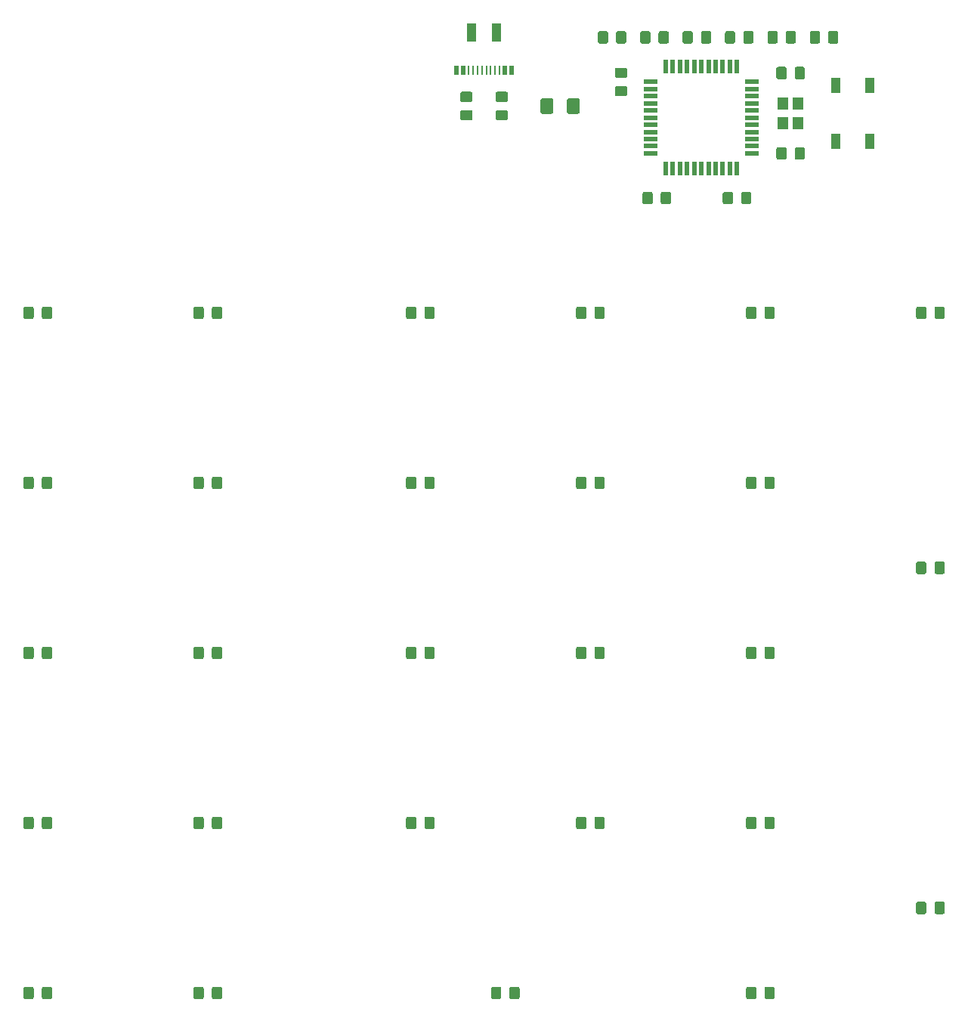
<source format=gbp>
G04 #@! TF.GenerationSoftware,KiCad,Pcbnew,(5.1.5)-3*
G04 #@! TF.CreationDate,2020-10-08T21:20:26+02:00*
G04 #@! TF.ProjectId,NumPad,4e756d50-6164-42e6-9b69-6361645f7063,rev?*
G04 #@! TF.SameCoordinates,Original*
G04 #@! TF.FileFunction,Paste,Bot*
G04 #@! TF.FilePolarity,Positive*
%FSLAX46Y46*%
G04 Gerber Fmt 4.6, Leading zero omitted, Abs format (unit mm)*
G04 Created by KiCad (PCBNEW (5.1.5)-3) date 2020-10-08 21:20:27*
%MOMM*%
%LPD*%
G04 APERTURE LIST*
%ADD10R,1.200000X1.400000*%
%ADD11R,1.500000X0.550000*%
%ADD12R,0.550000X1.500000*%
%ADD13R,1.000000X1.700000*%
%ADD14C,0.100000*%
%ADD15R,1.000000X2.000000*%
%ADD16R,0.270000X1.000000*%
%ADD17R,0.520000X1.000000*%
G04 APERTURE END LIST*
D10*
X139172000Y-59705000D03*
X139172000Y-57505000D03*
X137472000Y-57505000D03*
X137472000Y-59705000D03*
D11*
X122622000Y-55105000D03*
X122622000Y-55905000D03*
X122622000Y-56705000D03*
X122622000Y-57505000D03*
X122622000Y-58305000D03*
X122622000Y-59105000D03*
X122622000Y-59905000D03*
X122622000Y-60705000D03*
X122622000Y-61505000D03*
X122622000Y-62305000D03*
X122622000Y-63105000D03*
D12*
X124322000Y-64805000D03*
X125122000Y-64805000D03*
X125922000Y-64805000D03*
X126722000Y-64805000D03*
X127522000Y-64805000D03*
X128322000Y-64805000D03*
X129122000Y-64805000D03*
X129922000Y-64805000D03*
X130722000Y-64805000D03*
X131522000Y-64805000D03*
X132322000Y-64805000D03*
D11*
X134022000Y-63105000D03*
X134022000Y-62305000D03*
X134022000Y-61505000D03*
X134022000Y-60705000D03*
X134022000Y-59905000D03*
X134022000Y-59105000D03*
X134022000Y-58305000D03*
X134022000Y-57505000D03*
X134022000Y-56705000D03*
X134022000Y-55905000D03*
X134022000Y-55105000D03*
D12*
X132322000Y-53405000D03*
X131522000Y-53405000D03*
X130722000Y-53405000D03*
X129922000Y-53405000D03*
X129122000Y-53405000D03*
X128322000Y-53405000D03*
X127522000Y-53405000D03*
X126722000Y-53405000D03*
X125922000Y-53405000D03*
X125122000Y-53405000D03*
X124322000Y-53405000D03*
D13*
X147222000Y-61755000D03*
X147222000Y-55455000D03*
X143422000Y-61755000D03*
X143422000Y-55455000D03*
D14*
G36*
X106434505Y-56201204D02*
G01*
X106458773Y-56204804D01*
X106482572Y-56210765D01*
X106505671Y-56219030D01*
X106527850Y-56229520D01*
X106548893Y-56242132D01*
X106568599Y-56256747D01*
X106586777Y-56273223D01*
X106603253Y-56291401D01*
X106617868Y-56311107D01*
X106630480Y-56332150D01*
X106640970Y-56354329D01*
X106649235Y-56377428D01*
X106655196Y-56401227D01*
X106658796Y-56425495D01*
X106660000Y-56449999D01*
X106660000Y-57100001D01*
X106658796Y-57124505D01*
X106655196Y-57148773D01*
X106649235Y-57172572D01*
X106640970Y-57195671D01*
X106630480Y-57217850D01*
X106617868Y-57238893D01*
X106603253Y-57258599D01*
X106586777Y-57276777D01*
X106568599Y-57293253D01*
X106548893Y-57307868D01*
X106527850Y-57320480D01*
X106505671Y-57330970D01*
X106482572Y-57339235D01*
X106458773Y-57345196D01*
X106434505Y-57348796D01*
X106410001Y-57350000D01*
X105509999Y-57350000D01*
X105485495Y-57348796D01*
X105461227Y-57345196D01*
X105437428Y-57339235D01*
X105414329Y-57330970D01*
X105392150Y-57320480D01*
X105371107Y-57307868D01*
X105351401Y-57293253D01*
X105333223Y-57276777D01*
X105316747Y-57258599D01*
X105302132Y-57238893D01*
X105289520Y-57217850D01*
X105279030Y-57195671D01*
X105270765Y-57172572D01*
X105264804Y-57148773D01*
X105261204Y-57124505D01*
X105260000Y-57100001D01*
X105260000Y-56449999D01*
X105261204Y-56425495D01*
X105264804Y-56401227D01*
X105270765Y-56377428D01*
X105279030Y-56354329D01*
X105289520Y-56332150D01*
X105302132Y-56311107D01*
X105316747Y-56291401D01*
X105333223Y-56273223D01*
X105351401Y-56256747D01*
X105371107Y-56242132D01*
X105392150Y-56229520D01*
X105414329Y-56219030D01*
X105437428Y-56210765D01*
X105461227Y-56204804D01*
X105485495Y-56201204D01*
X105509999Y-56200000D01*
X106410001Y-56200000D01*
X106434505Y-56201204D01*
G37*
G36*
X106434505Y-58251204D02*
G01*
X106458773Y-58254804D01*
X106482572Y-58260765D01*
X106505671Y-58269030D01*
X106527850Y-58279520D01*
X106548893Y-58292132D01*
X106568599Y-58306747D01*
X106586777Y-58323223D01*
X106603253Y-58341401D01*
X106617868Y-58361107D01*
X106630480Y-58382150D01*
X106640970Y-58404329D01*
X106649235Y-58427428D01*
X106655196Y-58451227D01*
X106658796Y-58475495D01*
X106660000Y-58499999D01*
X106660000Y-59150001D01*
X106658796Y-59174505D01*
X106655196Y-59198773D01*
X106649235Y-59222572D01*
X106640970Y-59245671D01*
X106630480Y-59267850D01*
X106617868Y-59288893D01*
X106603253Y-59308599D01*
X106586777Y-59326777D01*
X106568599Y-59343253D01*
X106548893Y-59357868D01*
X106527850Y-59370480D01*
X106505671Y-59380970D01*
X106482572Y-59389235D01*
X106458773Y-59395196D01*
X106434505Y-59398796D01*
X106410001Y-59400000D01*
X105509999Y-59400000D01*
X105485495Y-59398796D01*
X105461227Y-59395196D01*
X105437428Y-59389235D01*
X105414329Y-59380970D01*
X105392150Y-59370480D01*
X105371107Y-59357868D01*
X105351401Y-59343253D01*
X105333223Y-59326777D01*
X105316747Y-59308599D01*
X105302132Y-59288893D01*
X105289520Y-59267850D01*
X105279030Y-59245671D01*
X105270765Y-59222572D01*
X105264804Y-59198773D01*
X105261204Y-59174505D01*
X105260000Y-59150001D01*
X105260000Y-58499999D01*
X105261204Y-58475495D01*
X105264804Y-58451227D01*
X105270765Y-58427428D01*
X105279030Y-58404329D01*
X105289520Y-58382150D01*
X105302132Y-58361107D01*
X105316747Y-58341401D01*
X105333223Y-58323223D01*
X105351401Y-58306747D01*
X105371107Y-58292132D01*
X105392150Y-58279520D01*
X105414329Y-58269030D01*
X105437428Y-58260765D01*
X105461227Y-58254804D01*
X105485495Y-58251204D01*
X105509999Y-58250000D01*
X106410001Y-58250000D01*
X106434505Y-58251204D01*
G37*
G36*
X102474505Y-56201204D02*
G01*
X102498773Y-56204804D01*
X102522572Y-56210765D01*
X102545671Y-56219030D01*
X102567850Y-56229520D01*
X102588893Y-56242132D01*
X102608599Y-56256747D01*
X102626777Y-56273223D01*
X102643253Y-56291401D01*
X102657868Y-56311107D01*
X102670480Y-56332150D01*
X102680970Y-56354329D01*
X102689235Y-56377428D01*
X102695196Y-56401227D01*
X102698796Y-56425495D01*
X102700000Y-56449999D01*
X102700000Y-57100001D01*
X102698796Y-57124505D01*
X102695196Y-57148773D01*
X102689235Y-57172572D01*
X102680970Y-57195671D01*
X102670480Y-57217850D01*
X102657868Y-57238893D01*
X102643253Y-57258599D01*
X102626777Y-57276777D01*
X102608599Y-57293253D01*
X102588893Y-57307868D01*
X102567850Y-57320480D01*
X102545671Y-57330970D01*
X102522572Y-57339235D01*
X102498773Y-57345196D01*
X102474505Y-57348796D01*
X102450001Y-57350000D01*
X101549999Y-57350000D01*
X101525495Y-57348796D01*
X101501227Y-57345196D01*
X101477428Y-57339235D01*
X101454329Y-57330970D01*
X101432150Y-57320480D01*
X101411107Y-57307868D01*
X101391401Y-57293253D01*
X101373223Y-57276777D01*
X101356747Y-57258599D01*
X101342132Y-57238893D01*
X101329520Y-57217850D01*
X101319030Y-57195671D01*
X101310765Y-57172572D01*
X101304804Y-57148773D01*
X101301204Y-57124505D01*
X101300000Y-57100001D01*
X101300000Y-56449999D01*
X101301204Y-56425495D01*
X101304804Y-56401227D01*
X101310765Y-56377428D01*
X101319030Y-56354329D01*
X101329520Y-56332150D01*
X101342132Y-56311107D01*
X101356747Y-56291401D01*
X101373223Y-56273223D01*
X101391401Y-56256747D01*
X101411107Y-56242132D01*
X101432150Y-56229520D01*
X101454329Y-56219030D01*
X101477428Y-56210765D01*
X101501227Y-56204804D01*
X101525495Y-56201204D01*
X101549999Y-56200000D01*
X102450001Y-56200000D01*
X102474505Y-56201204D01*
G37*
G36*
X102474505Y-58251204D02*
G01*
X102498773Y-58254804D01*
X102522572Y-58260765D01*
X102545671Y-58269030D01*
X102567850Y-58279520D01*
X102588893Y-58292132D01*
X102608599Y-58306747D01*
X102626777Y-58323223D01*
X102643253Y-58341401D01*
X102657868Y-58361107D01*
X102670480Y-58382150D01*
X102680970Y-58404329D01*
X102689235Y-58427428D01*
X102695196Y-58451227D01*
X102698796Y-58475495D01*
X102700000Y-58499999D01*
X102700000Y-59150001D01*
X102698796Y-59174505D01*
X102695196Y-59198773D01*
X102689235Y-59222572D01*
X102680970Y-59245671D01*
X102670480Y-59267850D01*
X102657868Y-59288893D01*
X102643253Y-59308599D01*
X102626777Y-59326777D01*
X102608599Y-59343253D01*
X102588893Y-59357868D01*
X102567850Y-59370480D01*
X102545671Y-59380970D01*
X102522572Y-59389235D01*
X102498773Y-59395196D01*
X102474505Y-59398796D01*
X102450001Y-59400000D01*
X101549999Y-59400000D01*
X101525495Y-59398796D01*
X101501227Y-59395196D01*
X101477428Y-59389235D01*
X101454329Y-59380970D01*
X101432150Y-59370480D01*
X101411107Y-59357868D01*
X101391401Y-59343253D01*
X101373223Y-59326777D01*
X101356747Y-59308599D01*
X101342132Y-59288893D01*
X101329520Y-59267850D01*
X101319030Y-59245671D01*
X101310765Y-59222572D01*
X101304804Y-59198773D01*
X101301204Y-59174505D01*
X101300000Y-59150001D01*
X101300000Y-58499999D01*
X101301204Y-58475495D01*
X101304804Y-58451227D01*
X101310765Y-58427428D01*
X101319030Y-58404329D01*
X101329520Y-58382150D01*
X101342132Y-58361107D01*
X101356747Y-58341401D01*
X101373223Y-58323223D01*
X101391401Y-58306747D01*
X101411107Y-58292132D01*
X101432150Y-58279520D01*
X101454329Y-58269030D01*
X101477428Y-58260765D01*
X101501227Y-58254804D01*
X101525495Y-58251204D01*
X101549999Y-58250000D01*
X102450001Y-58250000D01*
X102474505Y-58251204D01*
G37*
G36*
X119696505Y-49406204D02*
G01*
X119720773Y-49409804D01*
X119744572Y-49415765D01*
X119767671Y-49424030D01*
X119789850Y-49434520D01*
X119810893Y-49447132D01*
X119830599Y-49461747D01*
X119848777Y-49478223D01*
X119865253Y-49496401D01*
X119879868Y-49516107D01*
X119892480Y-49537150D01*
X119902970Y-49559329D01*
X119911235Y-49582428D01*
X119917196Y-49606227D01*
X119920796Y-49630495D01*
X119922000Y-49654999D01*
X119922000Y-50555001D01*
X119920796Y-50579505D01*
X119917196Y-50603773D01*
X119911235Y-50627572D01*
X119902970Y-50650671D01*
X119892480Y-50672850D01*
X119879868Y-50693893D01*
X119865253Y-50713599D01*
X119848777Y-50731777D01*
X119830599Y-50748253D01*
X119810893Y-50762868D01*
X119789850Y-50775480D01*
X119767671Y-50785970D01*
X119744572Y-50794235D01*
X119720773Y-50800196D01*
X119696505Y-50803796D01*
X119672001Y-50805000D01*
X119021999Y-50805000D01*
X118997495Y-50803796D01*
X118973227Y-50800196D01*
X118949428Y-50794235D01*
X118926329Y-50785970D01*
X118904150Y-50775480D01*
X118883107Y-50762868D01*
X118863401Y-50748253D01*
X118845223Y-50731777D01*
X118828747Y-50713599D01*
X118814132Y-50693893D01*
X118801520Y-50672850D01*
X118791030Y-50650671D01*
X118782765Y-50627572D01*
X118776804Y-50603773D01*
X118773204Y-50579505D01*
X118772000Y-50555001D01*
X118772000Y-49654999D01*
X118773204Y-49630495D01*
X118776804Y-49606227D01*
X118782765Y-49582428D01*
X118791030Y-49559329D01*
X118801520Y-49537150D01*
X118814132Y-49516107D01*
X118828747Y-49496401D01*
X118845223Y-49478223D01*
X118863401Y-49461747D01*
X118883107Y-49447132D01*
X118904150Y-49434520D01*
X118926329Y-49424030D01*
X118949428Y-49415765D01*
X118973227Y-49409804D01*
X118997495Y-49406204D01*
X119021999Y-49405000D01*
X119672001Y-49405000D01*
X119696505Y-49406204D01*
G37*
G36*
X117646505Y-49406204D02*
G01*
X117670773Y-49409804D01*
X117694572Y-49415765D01*
X117717671Y-49424030D01*
X117739850Y-49434520D01*
X117760893Y-49447132D01*
X117780599Y-49461747D01*
X117798777Y-49478223D01*
X117815253Y-49496401D01*
X117829868Y-49516107D01*
X117842480Y-49537150D01*
X117852970Y-49559329D01*
X117861235Y-49582428D01*
X117867196Y-49606227D01*
X117870796Y-49630495D01*
X117872000Y-49654999D01*
X117872000Y-50555001D01*
X117870796Y-50579505D01*
X117867196Y-50603773D01*
X117861235Y-50627572D01*
X117852970Y-50650671D01*
X117842480Y-50672850D01*
X117829868Y-50693893D01*
X117815253Y-50713599D01*
X117798777Y-50731777D01*
X117780599Y-50748253D01*
X117760893Y-50762868D01*
X117739850Y-50775480D01*
X117717671Y-50785970D01*
X117694572Y-50794235D01*
X117670773Y-50800196D01*
X117646505Y-50803796D01*
X117622001Y-50805000D01*
X116971999Y-50805000D01*
X116947495Y-50803796D01*
X116923227Y-50800196D01*
X116899428Y-50794235D01*
X116876329Y-50785970D01*
X116854150Y-50775480D01*
X116833107Y-50762868D01*
X116813401Y-50748253D01*
X116795223Y-50731777D01*
X116778747Y-50713599D01*
X116764132Y-50693893D01*
X116751520Y-50672850D01*
X116741030Y-50650671D01*
X116732765Y-50627572D01*
X116726804Y-50603773D01*
X116723204Y-50579505D01*
X116722000Y-50555001D01*
X116722000Y-49654999D01*
X116723204Y-49630495D01*
X116726804Y-49606227D01*
X116732765Y-49582428D01*
X116741030Y-49559329D01*
X116751520Y-49537150D01*
X116764132Y-49516107D01*
X116778747Y-49496401D01*
X116795223Y-49478223D01*
X116813401Y-49461747D01*
X116833107Y-49447132D01*
X116854150Y-49434520D01*
X116876329Y-49424030D01*
X116899428Y-49415765D01*
X116923227Y-49409804D01*
X116947495Y-49406204D01*
X116971999Y-49405000D01*
X117622001Y-49405000D01*
X117646505Y-49406204D01*
G37*
G36*
X129196505Y-49406204D02*
G01*
X129220773Y-49409804D01*
X129244572Y-49415765D01*
X129267671Y-49424030D01*
X129289850Y-49434520D01*
X129310893Y-49447132D01*
X129330599Y-49461747D01*
X129348777Y-49478223D01*
X129365253Y-49496401D01*
X129379868Y-49516107D01*
X129392480Y-49537150D01*
X129402970Y-49559329D01*
X129411235Y-49582428D01*
X129417196Y-49606227D01*
X129420796Y-49630495D01*
X129422000Y-49654999D01*
X129422000Y-50555001D01*
X129420796Y-50579505D01*
X129417196Y-50603773D01*
X129411235Y-50627572D01*
X129402970Y-50650671D01*
X129392480Y-50672850D01*
X129379868Y-50693893D01*
X129365253Y-50713599D01*
X129348777Y-50731777D01*
X129330599Y-50748253D01*
X129310893Y-50762868D01*
X129289850Y-50775480D01*
X129267671Y-50785970D01*
X129244572Y-50794235D01*
X129220773Y-50800196D01*
X129196505Y-50803796D01*
X129172001Y-50805000D01*
X128521999Y-50805000D01*
X128497495Y-50803796D01*
X128473227Y-50800196D01*
X128449428Y-50794235D01*
X128426329Y-50785970D01*
X128404150Y-50775480D01*
X128383107Y-50762868D01*
X128363401Y-50748253D01*
X128345223Y-50731777D01*
X128328747Y-50713599D01*
X128314132Y-50693893D01*
X128301520Y-50672850D01*
X128291030Y-50650671D01*
X128282765Y-50627572D01*
X128276804Y-50603773D01*
X128273204Y-50579505D01*
X128272000Y-50555001D01*
X128272000Y-49654999D01*
X128273204Y-49630495D01*
X128276804Y-49606227D01*
X128282765Y-49582428D01*
X128291030Y-49559329D01*
X128301520Y-49537150D01*
X128314132Y-49516107D01*
X128328747Y-49496401D01*
X128345223Y-49478223D01*
X128363401Y-49461747D01*
X128383107Y-49447132D01*
X128404150Y-49434520D01*
X128426329Y-49424030D01*
X128449428Y-49415765D01*
X128473227Y-49409804D01*
X128497495Y-49406204D01*
X128521999Y-49405000D01*
X129172001Y-49405000D01*
X129196505Y-49406204D01*
G37*
G36*
X127146505Y-49406204D02*
G01*
X127170773Y-49409804D01*
X127194572Y-49415765D01*
X127217671Y-49424030D01*
X127239850Y-49434520D01*
X127260893Y-49447132D01*
X127280599Y-49461747D01*
X127298777Y-49478223D01*
X127315253Y-49496401D01*
X127329868Y-49516107D01*
X127342480Y-49537150D01*
X127352970Y-49559329D01*
X127361235Y-49582428D01*
X127367196Y-49606227D01*
X127370796Y-49630495D01*
X127372000Y-49654999D01*
X127372000Y-50555001D01*
X127370796Y-50579505D01*
X127367196Y-50603773D01*
X127361235Y-50627572D01*
X127352970Y-50650671D01*
X127342480Y-50672850D01*
X127329868Y-50693893D01*
X127315253Y-50713599D01*
X127298777Y-50731777D01*
X127280599Y-50748253D01*
X127260893Y-50762868D01*
X127239850Y-50775480D01*
X127217671Y-50785970D01*
X127194572Y-50794235D01*
X127170773Y-50800196D01*
X127146505Y-50803796D01*
X127122001Y-50805000D01*
X126471999Y-50805000D01*
X126447495Y-50803796D01*
X126423227Y-50800196D01*
X126399428Y-50794235D01*
X126376329Y-50785970D01*
X126354150Y-50775480D01*
X126333107Y-50762868D01*
X126313401Y-50748253D01*
X126295223Y-50731777D01*
X126278747Y-50713599D01*
X126264132Y-50693893D01*
X126251520Y-50672850D01*
X126241030Y-50650671D01*
X126232765Y-50627572D01*
X126226804Y-50603773D01*
X126223204Y-50579505D01*
X126222000Y-50555001D01*
X126222000Y-49654999D01*
X126223204Y-49630495D01*
X126226804Y-49606227D01*
X126232765Y-49582428D01*
X126241030Y-49559329D01*
X126251520Y-49537150D01*
X126264132Y-49516107D01*
X126278747Y-49496401D01*
X126295223Y-49478223D01*
X126313401Y-49461747D01*
X126333107Y-49447132D01*
X126354150Y-49434520D01*
X126376329Y-49424030D01*
X126399428Y-49415765D01*
X126423227Y-49409804D01*
X126447495Y-49406204D01*
X126471999Y-49405000D01*
X127122001Y-49405000D01*
X127146505Y-49406204D01*
G37*
G36*
X143446505Y-49406204D02*
G01*
X143470773Y-49409804D01*
X143494572Y-49415765D01*
X143517671Y-49424030D01*
X143539850Y-49434520D01*
X143560893Y-49447132D01*
X143580599Y-49461747D01*
X143598777Y-49478223D01*
X143615253Y-49496401D01*
X143629868Y-49516107D01*
X143642480Y-49537150D01*
X143652970Y-49559329D01*
X143661235Y-49582428D01*
X143667196Y-49606227D01*
X143670796Y-49630495D01*
X143672000Y-49654999D01*
X143672000Y-50555001D01*
X143670796Y-50579505D01*
X143667196Y-50603773D01*
X143661235Y-50627572D01*
X143652970Y-50650671D01*
X143642480Y-50672850D01*
X143629868Y-50693893D01*
X143615253Y-50713599D01*
X143598777Y-50731777D01*
X143580599Y-50748253D01*
X143560893Y-50762868D01*
X143539850Y-50775480D01*
X143517671Y-50785970D01*
X143494572Y-50794235D01*
X143470773Y-50800196D01*
X143446505Y-50803796D01*
X143422001Y-50805000D01*
X142771999Y-50805000D01*
X142747495Y-50803796D01*
X142723227Y-50800196D01*
X142699428Y-50794235D01*
X142676329Y-50785970D01*
X142654150Y-50775480D01*
X142633107Y-50762868D01*
X142613401Y-50748253D01*
X142595223Y-50731777D01*
X142578747Y-50713599D01*
X142564132Y-50693893D01*
X142551520Y-50672850D01*
X142541030Y-50650671D01*
X142532765Y-50627572D01*
X142526804Y-50603773D01*
X142523204Y-50579505D01*
X142522000Y-50555001D01*
X142522000Y-49654999D01*
X142523204Y-49630495D01*
X142526804Y-49606227D01*
X142532765Y-49582428D01*
X142541030Y-49559329D01*
X142551520Y-49537150D01*
X142564132Y-49516107D01*
X142578747Y-49496401D01*
X142595223Y-49478223D01*
X142613401Y-49461747D01*
X142633107Y-49447132D01*
X142654150Y-49434520D01*
X142676329Y-49424030D01*
X142699428Y-49415765D01*
X142723227Y-49409804D01*
X142747495Y-49406204D01*
X142771999Y-49405000D01*
X143422001Y-49405000D01*
X143446505Y-49406204D01*
G37*
G36*
X141396505Y-49406204D02*
G01*
X141420773Y-49409804D01*
X141444572Y-49415765D01*
X141467671Y-49424030D01*
X141489850Y-49434520D01*
X141510893Y-49447132D01*
X141530599Y-49461747D01*
X141548777Y-49478223D01*
X141565253Y-49496401D01*
X141579868Y-49516107D01*
X141592480Y-49537150D01*
X141602970Y-49559329D01*
X141611235Y-49582428D01*
X141617196Y-49606227D01*
X141620796Y-49630495D01*
X141622000Y-49654999D01*
X141622000Y-50555001D01*
X141620796Y-50579505D01*
X141617196Y-50603773D01*
X141611235Y-50627572D01*
X141602970Y-50650671D01*
X141592480Y-50672850D01*
X141579868Y-50693893D01*
X141565253Y-50713599D01*
X141548777Y-50731777D01*
X141530599Y-50748253D01*
X141510893Y-50762868D01*
X141489850Y-50775480D01*
X141467671Y-50785970D01*
X141444572Y-50794235D01*
X141420773Y-50800196D01*
X141396505Y-50803796D01*
X141372001Y-50805000D01*
X140721999Y-50805000D01*
X140697495Y-50803796D01*
X140673227Y-50800196D01*
X140649428Y-50794235D01*
X140626329Y-50785970D01*
X140604150Y-50775480D01*
X140583107Y-50762868D01*
X140563401Y-50748253D01*
X140545223Y-50731777D01*
X140528747Y-50713599D01*
X140514132Y-50693893D01*
X140501520Y-50672850D01*
X140491030Y-50650671D01*
X140482765Y-50627572D01*
X140476804Y-50603773D01*
X140473204Y-50579505D01*
X140472000Y-50555001D01*
X140472000Y-49654999D01*
X140473204Y-49630495D01*
X140476804Y-49606227D01*
X140482765Y-49582428D01*
X140491030Y-49559329D01*
X140501520Y-49537150D01*
X140514132Y-49516107D01*
X140528747Y-49496401D01*
X140545223Y-49478223D01*
X140563401Y-49461747D01*
X140583107Y-49447132D01*
X140604150Y-49434520D01*
X140626329Y-49424030D01*
X140649428Y-49415765D01*
X140673227Y-49409804D01*
X140697495Y-49406204D01*
X140721999Y-49405000D01*
X141372001Y-49405000D01*
X141396505Y-49406204D01*
G37*
G36*
X124696505Y-67406204D02*
G01*
X124720773Y-67409804D01*
X124744572Y-67415765D01*
X124767671Y-67424030D01*
X124789850Y-67434520D01*
X124810893Y-67447132D01*
X124830599Y-67461747D01*
X124848777Y-67478223D01*
X124865253Y-67496401D01*
X124879868Y-67516107D01*
X124892480Y-67537150D01*
X124902970Y-67559329D01*
X124911235Y-67582428D01*
X124917196Y-67606227D01*
X124920796Y-67630495D01*
X124922000Y-67654999D01*
X124922000Y-68555001D01*
X124920796Y-68579505D01*
X124917196Y-68603773D01*
X124911235Y-68627572D01*
X124902970Y-68650671D01*
X124892480Y-68672850D01*
X124879868Y-68693893D01*
X124865253Y-68713599D01*
X124848777Y-68731777D01*
X124830599Y-68748253D01*
X124810893Y-68762868D01*
X124789850Y-68775480D01*
X124767671Y-68785970D01*
X124744572Y-68794235D01*
X124720773Y-68800196D01*
X124696505Y-68803796D01*
X124672001Y-68805000D01*
X124021999Y-68805000D01*
X123997495Y-68803796D01*
X123973227Y-68800196D01*
X123949428Y-68794235D01*
X123926329Y-68785970D01*
X123904150Y-68775480D01*
X123883107Y-68762868D01*
X123863401Y-68748253D01*
X123845223Y-68731777D01*
X123828747Y-68713599D01*
X123814132Y-68693893D01*
X123801520Y-68672850D01*
X123791030Y-68650671D01*
X123782765Y-68627572D01*
X123776804Y-68603773D01*
X123773204Y-68579505D01*
X123772000Y-68555001D01*
X123772000Y-67654999D01*
X123773204Y-67630495D01*
X123776804Y-67606227D01*
X123782765Y-67582428D01*
X123791030Y-67559329D01*
X123801520Y-67537150D01*
X123814132Y-67516107D01*
X123828747Y-67496401D01*
X123845223Y-67478223D01*
X123863401Y-67461747D01*
X123883107Y-67447132D01*
X123904150Y-67434520D01*
X123926329Y-67424030D01*
X123949428Y-67415765D01*
X123973227Y-67409804D01*
X123997495Y-67406204D01*
X124021999Y-67405000D01*
X124672001Y-67405000D01*
X124696505Y-67406204D01*
G37*
G36*
X122646505Y-67406204D02*
G01*
X122670773Y-67409804D01*
X122694572Y-67415765D01*
X122717671Y-67424030D01*
X122739850Y-67434520D01*
X122760893Y-67447132D01*
X122780599Y-67461747D01*
X122798777Y-67478223D01*
X122815253Y-67496401D01*
X122829868Y-67516107D01*
X122842480Y-67537150D01*
X122852970Y-67559329D01*
X122861235Y-67582428D01*
X122867196Y-67606227D01*
X122870796Y-67630495D01*
X122872000Y-67654999D01*
X122872000Y-68555001D01*
X122870796Y-68579505D01*
X122867196Y-68603773D01*
X122861235Y-68627572D01*
X122852970Y-68650671D01*
X122842480Y-68672850D01*
X122829868Y-68693893D01*
X122815253Y-68713599D01*
X122798777Y-68731777D01*
X122780599Y-68748253D01*
X122760893Y-68762868D01*
X122739850Y-68775480D01*
X122717671Y-68785970D01*
X122694572Y-68794235D01*
X122670773Y-68800196D01*
X122646505Y-68803796D01*
X122622001Y-68805000D01*
X121971999Y-68805000D01*
X121947495Y-68803796D01*
X121923227Y-68800196D01*
X121899428Y-68794235D01*
X121876329Y-68785970D01*
X121854150Y-68775480D01*
X121833107Y-68762868D01*
X121813401Y-68748253D01*
X121795223Y-68731777D01*
X121778747Y-68713599D01*
X121764132Y-68693893D01*
X121751520Y-68672850D01*
X121741030Y-68650671D01*
X121732765Y-68627572D01*
X121726804Y-68603773D01*
X121723204Y-68579505D01*
X121722000Y-68555001D01*
X121722000Y-67654999D01*
X121723204Y-67630495D01*
X121726804Y-67606227D01*
X121732765Y-67582428D01*
X121741030Y-67559329D01*
X121751520Y-67537150D01*
X121764132Y-67516107D01*
X121778747Y-67496401D01*
X121795223Y-67478223D01*
X121813401Y-67461747D01*
X121833107Y-67447132D01*
X121854150Y-67434520D01*
X121876329Y-67424030D01*
X121899428Y-67415765D01*
X121923227Y-67409804D01*
X121947495Y-67406204D01*
X121971999Y-67405000D01*
X122622001Y-67405000D01*
X122646505Y-67406204D01*
G37*
D15*
X102580000Y-49597500D03*
X105380000Y-49597500D03*
D16*
X103730000Y-53797500D03*
X105730000Y-53797500D03*
X105230000Y-53797500D03*
X104730000Y-53797500D03*
X104230000Y-53797500D03*
X103230000Y-53797500D03*
X102730000Y-53797500D03*
X102230000Y-53797500D03*
D17*
X107080000Y-53797500D03*
X106330000Y-53797500D03*
X101630000Y-53797500D03*
X100880000Y-53797500D03*
X100880000Y-53797500D03*
X101630000Y-53797500D03*
X106330000Y-53797500D03*
X107080000Y-53797500D03*
D14*
G36*
X111499504Y-56926204D02*
G01*
X111523773Y-56929804D01*
X111547571Y-56935765D01*
X111570671Y-56944030D01*
X111592849Y-56954520D01*
X111613893Y-56967133D01*
X111633598Y-56981747D01*
X111651777Y-56998223D01*
X111668253Y-57016402D01*
X111682867Y-57036107D01*
X111695480Y-57057151D01*
X111705970Y-57079329D01*
X111714235Y-57102429D01*
X111720196Y-57126227D01*
X111723796Y-57150496D01*
X111725000Y-57175000D01*
X111725000Y-58425000D01*
X111723796Y-58449504D01*
X111720196Y-58473773D01*
X111714235Y-58497571D01*
X111705970Y-58520671D01*
X111695480Y-58542849D01*
X111682867Y-58563893D01*
X111668253Y-58583598D01*
X111651777Y-58601777D01*
X111633598Y-58618253D01*
X111613893Y-58632867D01*
X111592849Y-58645480D01*
X111570671Y-58655970D01*
X111547571Y-58664235D01*
X111523773Y-58670196D01*
X111499504Y-58673796D01*
X111475000Y-58675000D01*
X110550000Y-58675000D01*
X110525496Y-58673796D01*
X110501227Y-58670196D01*
X110477429Y-58664235D01*
X110454329Y-58655970D01*
X110432151Y-58645480D01*
X110411107Y-58632867D01*
X110391402Y-58618253D01*
X110373223Y-58601777D01*
X110356747Y-58583598D01*
X110342133Y-58563893D01*
X110329520Y-58542849D01*
X110319030Y-58520671D01*
X110310765Y-58497571D01*
X110304804Y-58473773D01*
X110301204Y-58449504D01*
X110300000Y-58425000D01*
X110300000Y-57175000D01*
X110301204Y-57150496D01*
X110304804Y-57126227D01*
X110310765Y-57102429D01*
X110319030Y-57079329D01*
X110329520Y-57057151D01*
X110342133Y-57036107D01*
X110356747Y-57016402D01*
X110373223Y-56998223D01*
X110391402Y-56981747D01*
X110411107Y-56967133D01*
X110432151Y-56954520D01*
X110454329Y-56944030D01*
X110477429Y-56935765D01*
X110501227Y-56929804D01*
X110525496Y-56926204D01*
X110550000Y-56925000D01*
X111475000Y-56925000D01*
X111499504Y-56926204D01*
G37*
G36*
X114474504Y-56926204D02*
G01*
X114498773Y-56929804D01*
X114522571Y-56935765D01*
X114545671Y-56944030D01*
X114567849Y-56954520D01*
X114588893Y-56967133D01*
X114608598Y-56981747D01*
X114626777Y-56998223D01*
X114643253Y-57016402D01*
X114657867Y-57036107D01*
X114670480Y-57057151D01*
X114680970Y-57079329D01*
X114689235Y-57102429D01*
X114695196Y-57126227D01*
X114698796Y-57150496D01*
X114700000Y-57175000D01*
X114700000Y-58425000D01*
X114698796Y-58449504D01*
X114695196Y-58473773D01*
X114689235Y-58497571D01*
X114680970Y-58520671D01*
X114670480Y-58542849D01*
X114657867Y-58563893D01*
X114643253Y-58583598D01*
X114626777Y-58601777D01*
X114608598Y-58618253D01*
X114588893Y-58632867D01*
X114567849Y-58645480D01*
X114545671Y-58655970D01*
X114522571Y-58664235D01*
X114498773Y-58670196D01*
X114474504Y-58673796D01*
X114450000Y-58675000D01*
X113525000Y-58675000D01*
X113500496Y-58673796D01*
X113476227Y-58670196D01*
X113452429Y-58664235D01*
X113429329Y-58655970D01*
X113407151Y-58645480D01*
X113386107Y-58632867D01*
X113366402Y-58618253D01*
X113348223Y-58601777D01*
X113331747Y-58583598D01*
X113317133Y-58563893D01*
X113304520Y-58542849D01*
X113294030Y-58520671D01*
X113285765Y-58497571D01*
X113279804Y-58473773D01*
X113276204Y-58449504D01*
X113275000Y-58425000D01*
X113275000Y-57175000D01*
X113276204Y-57150496D01*
X113279804Y-57126227D01*
X113285765Y-57102429D01*
X113294030Y-57079329D01*
X113304520Y-57057151D01*
X113317133Y-57036107D01*
X113331747Y-57016402D01*
X113348223Y-56998223D01*
X113366402Y-56981747D01*
X113386107Y-56967133D01*
X113407151Y-56954520D01*
X113429329Y-56944030D01*
X113452429Y-56935765D01*
X113476227Y-56929804D01*
X113500496Y-56926204D01*
X113525000Y-56925000D01*
X114450000Y-56925000D01*
X114474504Y-56926204D01*
G37*
G36*
X136312005Y-156463704D02*
G01*
X136336273Y-156467304D01*
X136360072Y-156473265D01*
X136383171Y-156481530D01*
X136405350Y-156492020D01*
X136426393Y-156504632D01*
X136446099Y-156519247D01*
X136464277Y-156535723D01*
X136480753Y-156553901D01*
X136495368Y-156573607D01*
X136507980Y-156594650D01*
X136518470Y-156616829D01*
X136526735Y-156639928D01*
X136532696Y-156663727D01*
X136536296Y-156687995D01*
X136537500Y-156712499D01*
X136537500Y-157612501D01*
X136536296Y-157637005D01*
X136532696Y-157661273D01*
X136526735Y-157685072D01*
X136518470Y-157708171D01*
X136507980Y-157730350D01*
X136495368Y-157751393D01*
X136480753Y-157771099D01*
X136464277Y-157789277D01*
X136446099Y-157805753D01*
X136426393Y-157820368D01*
X136405350Y-157832980D01*
X136383171Y-157843470D01*
X136360072Y-157851735D01*
X136336273Y-157857696D01*
X136312005Y-157861296D01*
X136287501Y-157862500D01*
X135637499Y-157862500D01*
X135612995Y-157861296D01*
X135588727Y-157857696D01*
X135564928Y-157851735D01*
X135541829Y-157843470D01*
X135519650Y-157832980D01*
X135498607Y-157820368D01*
X135478901Y-157805753D01*
X135460723Y-157789277D01*
X135444247Y-157771099D01*
X135429632Y-157751393D01*
X135417020Y-157730350D01*
X135406530Y-157708171D01*
X135398265Y-157685072D01*
X135392304Y-157661273D01*
X135388704Y-157637005D01*
X135387500Y-157612501D01*
X135387500Y-156712499D01*
X135388704Y-156687995D01*
X135392304Y-156663727D01*
X135398265Y-156639928D01*
X135406530Y-156616829D01*
X135417020Y-156594650D01*
X135429632Y-156573607D01*
X135444247Y-156553901D01*
X135460723Y-156535723D01*
X135478901Y-156519247D01*
X135498607Y-156504632D01*
X135519650Y-156492020D01*
X135541829Y-156481530D01*
X135564928Y-156473265D01*
X135588727Y-156467304D01*
X135612995Y-156463704D01*
X135637499Y-156462500D01*
X136287501Y-156462500D01*
X136312005Y-156463704D01*
G37*
G36*
X134262005Y-156463704D02*
G01*
X134286273Y-156467304D01*
X134310072Y-156473265D01*
X134333171Y-156481530D01*
X134355350Y-156492020D01*
X134376393Y-156504632D01*
X134396099Y-156519247D01*
X134414277Y-156535723D01*
X134430753Y-156553901D01*
X134445368Y-156573607D01*
X134457980Y-156594650D01*
X134468470Y-156616829D01*
X134476735Y-156639928D01*
X134482696Y-156663727D01*
X134486296Y-156687995D01*
X134487500Y-156712499D01*
X134487500Y-157612501D01*
X134486296Y-157637005D01*
X134482696Y-157661273D01*
X134476735Y-157685072D01*
X134468470Y-157708171D01*
X134457980Y-157730350D01*
X134445368Y-157751393D01*
X134430753Y-157771099D01*
X134414277Y-157789277D01*
X134396099Y-157805753D01*
X134376393Y-157820368D01*
X134355350Y-157832980D01*
X134333171Y-157843470D01*
X134310072Y-157851735D01*
X134286273Y-157857696D01*
X134262005Y-157861296D01*
X134237501Y-157862500D01*
X133587499Y-157862500D01*
X133562995Y-157861296D01*
X133538727Y-157857696D01*
X133514928Y-157851735D01*
X133491829Y-157843470D01*
X133469650Y-157832980D01*
X133448607Y-157820368D01*
X133428901Y-157805753D01*
X133410723Y-157789277D01*
X133394247Y-157771099D01*
X133379632Y-157751393D01*
X133367020Y-157730350D01*
X133356530Y-157708171D01*
X133348265Y-157685072D01*
X133342304Y-157661273D01*
X133338704Y-157637005D01*
X133337500Y-157612501D01*
X133337500Y-156712499D01*
X133338704Y-156687995D01*
X133342304Y-156663727D01*
X133348265Y-156639928D01*
X133356530Y-156616829D01*
X133367020Y-156594650D01*
X133379632Y-156573607D01*
X133394247Y-156553901D01*
X133410723Y-156535723D01*
X133428901Y-156519247D01*
X133448607Y-156504632D01*
X133469650Y-156492020D01*
X133491829Y-156481530D01*
X133514928Y-156473265D01*
X133538727Y-156467304D01*
X133562995Y-156463704D01*
X133587499Y-156462500D01*
X134237501Y-156462500D01*
X134262005Y-156463704D01*
G37*
G36*
X107737005Y-156463704D02*
G01*
X107761273Y-156467304D01*
X107785072Y-156473265D01*
X107808171Y-156481530D01*
X107830350Y-156492020D01*
X107851393Y-156504632D01*
X107871099Y-156519247D01*
X107889277Y-156535723D01*
X107905753Y-156553901D01*
X107920368Y-156573607D01*
X107932980Y-156594650D01*
X107943470Y-156616829D01*
X107951735Y-156639928D01*
X107957696Y-156663727D01*
X107961296Y-156687995D01*
X107962500Y-156712499D01*
X107962500Y-157612501D01*
X107961296Y-157637005D01*
X107957696Y-157661273D01*
X107951735Y-157685072D01*
X107943470Y-157708171D01*
X107932980Y-157730350D01*
X107920368Y-157751393D01*
X107905753Y-157771099D01*
X107889277Y-157789277D01*
X107871099Y-157805753D01*
X107851393Y-157820368D01*
X107830350Y-157832980D01*
X107808171Y-157843470D01*
X107785072Y-157851735D01*
X107761273Y-157857696D01*
X107737005Y-157861296D01*
X107712501Y-157862500D01*
X107062499Y-157862500D01*
X107037995Y-157861296D01*
X107013727Y-157857696D01*
X106989928Y-157851735D01*
X106966829Y-157843470D01*
X106944650Y-157832980D01*
X106923607Y-157820368D01*
X106903901Y-157805753D01*
X106885723Y-157789277D01*
X106869247Y-157771099D01*
X106854632Y-157751393D01*
X106842020Y-157730350D01*
X106831530Y-157708171D01*
X106823265Y-157685072D01*
X106817304Y-157661273D01*
X106813704Y-157637005D01*
X106812500Y-157612501D01*
X106812500Y-156712499D01*
X106813704Y-156687995D01*
X106817304Y-156663727D01*
X106823265Y-156639928D01*
X106831530Y-156616829D01*
X106842020Y-156594650D01*
X106854632Y-156573607D01*
X106869247Y-156553901D01*
X106885723Y-156535723D01*
X106903901Y-156519247D01*
X106923607Y-156504632D01*
X106944650Y-156492020D01*
X106966829Y-156481530D01*
X106989928Y-156473265D01*
X107013727Y-156467304D01*
X107037995Y-156463704D01*
X107062499Y-156462500D01*
X107712501Y-156462500D01*
X107737005Y-156463704D01*
G37*
G36*
X105687005Y-156463704D02*
G01*
X105711273Y-156467304D01*
X105735072Y-156473265D01*
X105758171Y-156481530D01*
X105780350Y-156492020D01*
X105801393Y-156504632D01*
X105821099Y-156519247D01*
X105839277Y-156535723D01*
X105855753Y-156553901D01*
X105870368Y-156573607D01*
X105882980Y-156594650D01*
X105893470Y-156616829D01*
X105901735Y-156639928D01*
X105907696Y-156663727D01*
X105911296Y-156687995D01*
X105912500Y-156712499D01*
X105912500Y-157612501D01*
X105911296Y-157637005D01*
X105907696Y-157661273D01*
X105901735Y-157685072D01*
X105893470Y-157708171D01*
X105882980Y-157730350D01*
X105870368Y-157751393D01*
X105855753Y-157771099D01*
X105839277Y-157789277D01*
X105821099Y-157805753D01*
X105801393Y-157820368D01*
X105780350Y-157832980D01*
X105758171Y-157843470D01*
X105735072Y-157851735D01*
X105711273Y-157857696D01*
X105687005Y-157861296D01*
X105662501Y-157862500D01*
X105012499Y-157862500D01*
X104987995Y-157861296D01*
X104963727Y-157857696D01*
X104939928Y-157851735D01*
X104916829Y-157843470D01*
X104894650Y-157832980D01*
X104873607Y-157820368D01*
X104853901Y-157805753D01*
X104835723Y-157789277D01*
X104819247Y-157771099D01*
X104804632Y-157751393D01*
X104792020Y-157730350D01*
X104781530Y-157708171D01*
X104773265Y-157685072D01*
X104767304Y-157661273D01*
X104763704Y-157637005D01*
X104762500Y-157612501D01*
X104762500Y-156712499D01*
X104763704Y-156687995D01*
X104767304Y-156663727D01*
X104773265Y-156639928D01*
X104781530Y-156616829D01*
X104792020Y-156594650D01*
X104804632Y-156573607D01*
X104819247Y-156553901D01*
X104835723Y-156535723D01*
X104853901Y-156519247D01*
X104873607Y-156504632D01*
X104894650Y-156492020D01*
X104916829Y-156481530D01*
X104939928Y-156473265D01*
X104963727Y-156467304D01*
X104987995Y-156463704D01*
X105012499Y-156462500D01*
X105662501Y-156462500D01*
X105687005Y-156463704D01*
G37*
G36*
X74399505Y-156463704D02*
G01*
X74423773Y-156467304D01*
X74447572Y-156473265D01*
X74470671Y-156481530D01*
X74492850Y-156492020D01*
X74513893Y-156504632D01*
X74533599Y-156519247D01*
X74551777Y-156535723D01*
X74568253Y-156553901D01*
X74582868Y-156573607D01*
X74595480Y-156594650D01*
X74605970Y-156616829D01*
X74614235Y-156639928D01*
X74620196Y-156663727D01*
X74623796Y-156687995D01*
X74625000Y-156712499D01*
X74625000Y-157612501D01*
X74623796Y-157637005D01*
X74620196Y-157661273D01*
X74614235Y-157685072D01*
X74605970Y-157708171D01*
X74595480Y-157730350D01*
X74582868Y-157751393D01*
X74568253Y-157771099D01*
X74551777Y-157789277D01*
X74533599Y-157805753D01*
X74513893Y-157820368D01*
X74492850Y-157832980D01*
X74470671Y-157843470D01*
X74447572Y-157851735D01*
X74423773Y-157857696D01*
X74399505Y-157861296D01*
X74375001Y-157862500D01*
X73724999Y-157862500D01*
X73700495Y-157861296D01*
X73676227Y-157857696D01*
X73652428Y-157851735D01*
X73629329Y-157843470D01*
X73607150Y-157832980D01*
X73586107Y-157820368D01*
X73566401Y-157805753D01*
X73548223Y-157789277D01*
X73531747Y-157771099D01*
X73517132Y-157751393D01*
X73504520Y-157730350D01*
X73494030Y-157708171D01*
X73485765Y-157685072D01*
X73479804Y-157661273D01*
X73476204Y-157637005D01*
X73475000Y-157612501D01*
X73475000Y-156712499D01*
X73476204Y-156687995D01*
X73479804Y-156663727D01*
X73485765Y-156639928D01*
X73494030Y-156616829D01*
X73504520Y-156594650D01*
X73517132Y-156573607D01*
X73531747Y-156553901D01*
X73548223Y-156535723D01*
X73566401Y-156519247D01*
X73586107Y-156504632D01*
X73607150Y-156492020D01*
X73629329Y-156481530D01*
X73652428Y-156473265D01*
X73676227Y-156467304D01*
X73700495Y-156463704D01*
X73724999Y-156462500D01*
X74375001Y-156462500D01*
X74399505Y-156463704D01*
G37*
G36*
X72349505Y-156463704D02*
G01*
X72373773Y-156467304D01*
X72397572Y-156473265D01*
X72420671Y-156481530D01*
X72442850Y-156492020D01*
X72463893Y-156504632D01*
X72483599Y-156519247D01*
X72501777Y-156535723D01*
X72518253Y-156553901D01*
X72532868Y-156573607D01*
X72545480Y-156594650D01*
X72555970Y-156616829D01*
X72564235Y-156639928D01*
X72570196Y-156663727D01*
X72573796Y-156687995D01*
X72575000Y-156712499D01*
X72575000Y-157612501D01*
X72573796Y-157637005D01*
X72570196Y-157661273D01*
X72564235Y-157685072D01*
X72555970Y-157708171D01*
X72545480Y-157730350D01*
X72532868Y-157751393D01*
X72518253Y-157771099D01*
X72501777Y-157789277D01*
X72483599Y-157805753D01*
X72463893Y-157820368D01*
X72442850Y-157832980D01*
X72420671Y-157843470D01*
X72397572Y-157851735D01*
X72373773Y-157857696D01*
X72349505Y-157861296D01*
X72325001Y-157862500D01*
X71674999Y-157862500D01*
X71650495Y-157861296D01*
X71626227Y-157857696D01*
X71602428Y-157851735D01*
X71579329Y-157843470D01*
X71557150Y-157832980D01*
X71536107Y-157820368D01*
X71516401Y-157805753D01*
X71498223Y-157789277D01*
X71481747Y-157771099D01*
X71467132Y-157751393D01*
X71454520Y-157730350D01*
X71444030Y-157708171D01*
X71435765Y-157685072D01*
X71429804Y-157661273D01*
X71426204Y-157637005D01*
X71425000Y-157612501D01*
X71425000Y-156712499D01*
X71426204Y-156687995D01*
X71429804Y-156663727D01*
X71435765Y-156639928D01*
X71444030Y-156616829D01*
X71454520Y-156594650D01*
X71467132Y-156573607D01*
X71481747Y-156553901D01*
X71498223Y-156535723D01*
X71516401Y-156519247D01*
X71536107Y-156504632D01*
X71557150Y-156492020D01*
X71579329Y-156481530D01*
X71602428Y-156473265D01*
X71626227Y-156467304D01*
X71650495Y-156463704D01*
X71674999Y-156462500D01*
X72325001Y-156462500D01*
X72349505Y-156463704D01*
G37*
G36*
X55349505Y-156463704D02*
G01*
X55373773Y-156467304D01*
X55397572Y-156473265D01*
X55420671Y-156481530D01*
X55442850Y-156492020D01*
X55463893Y-156504632D01*
X55483599Y-156519247D01*
X55501777Y-156535723D01*
X55518253Y-156553901D01*
X55532868Y-156573607D01*
X55545480Y-156594650D01*
X55555970Y-156616829D01*
X55564235Y-156639928D01*
X55570196Y-156663727D01*
X55573796Y-156687995D01*
X55575000Y-156712499D01*
X55575000Y-157612501D01*
X55573796Y-157637005D01*
X55570196Y-157661273D01*
X55564235Y-157685072D01*
X55555970Y-157708171D01*
X55545480Y-157730350D01*
X55532868Y-157751393D01*
X55518253Y-157771099D01*
X55501777Y-157789277D01*
X55483599Y-157805753D01*
X55463893Y-157820368D01*
X55442850Y-157832980D01*
X55420671Y-157843470D01*
X55397572Y-157851735D01*
X55373773Y-157857696D01*
X55349505Y-157861296D01*
X55325001Y-157862500D01*
X54674999Y-157862500D01*
X54650495Y-157861296D01*
X54626227Y-157857696D01*
X54602428Y-157851735D01*
X54579329Y-157843470D01*
X54557150Y-157832980D01*
X54536107Y-157820368D01*
X54516401Y-157805753D01*
X54498223Y-157789277D01*
X54481747Y-157771099D01*
X54467132Y-157751393D01*
X54454520Y-157730350D01*
X54444030Y-157708171D01*
X54435765Y-157685072D01*
X54429804Y-157661273D01*
X54426204Y-157637005D01*
X54425000Y-157612501D01*
X54425000Y-156712499D01*
X54426204Y-156687995D01*
X54429804Y-156663727D01*
X54435765Y-156639928D01*
X54444030Y-156616829D01*
X54454520Y-156594650D01*
X54467132Y-156573607D01*
X54481747Y-156553901D01*
X54498223Y-156535723D01*
X54516401Y-156519247D01*
X54536107Y-156504632D01*
X54557150Y-156492020D01*
X54579329Y-156481530D01*
X54602428Y-156473265D01*
X54626227Y-156467304D01*
X54650495Y-156463704D01*
X54674999Y-156462500D01*
X55325001Y-156462500D01*
X55349505Y-156463704D01*
G37*
G36*
X53299505Y-156463704D02*
G01*
X53323773Y-156467304D01*
X53347572Y-156473265D01*
X53370671Y-156481530D01*
X53392850Y-156492020D01*
X53413893Y-156504632D01*
X53433599Y-156519247D01*
X53451777Y-156535723D01*
X53468253Y-156553901D01*
X53482868Y-156573607D01*
X53495480Y-156594650D01*
X53505970Y-156616829D01*
X53514235Y-156639928D01*
X53520196Y-156663727D01*
X53523796Y-156687995D01*
X53525000Y-156712499D01*
X53525000Y-157612501D01*
X53523796Y-157637005D01*
X53520196Y-157661273D01*
X53514235Y-157685072D01*
X53505970Y-157708171D01*
X53495480Y-157730350D01*
X53482868Y-157751393D01*
X53468253Y-157771099D01*
X53451777Y-157789277D01*
X53433599Y-157805753D01*
X53413893Y-157820368D01*
X53392850Y-157832980D01*
X53370671Y-157843470D01*
X53347572Y-157851735D01*
X53323773Y-157857696D01*
X53299505Y-157861296D01*
X53275001Y-157862500D01*
X52624999Y-157862500D01*
X52600495Y-157861296D01*
X52576227Y-157857696D01*
X52552428Y-157851735D01*
X52529329Y-157843470D01*
X52507150Y-157832980D01*
X52486107Y-157820368D01*
X52466401Y-157805753D01*
X52448223Y-157789277D01*
X52431747Y-157771099D01*
X52417132Y-157751393D01*
X52404520Y-157730350D01*
X52394030Y-157708171D01*
X52385765Y-157685072D01*
X52379804Y-157661273D01*
X52376204Y-157637005D01*
X52375000Y-157612501D01*
X52375000Y-156712499D01*
X52376204Y-156687995D01*
X52379804Y-156663727D01*
X52385765Y-156639928D01*
X52394030Y-156616829D01*
X52404520Y-156594650D01*
X52417132Y-156573607D01*
X52431747Y-156553901D01*
X52448223Y-156535723D01*
X52466401Y-156519247D01*
X52486107Y-156504632D01*
X52507150Y-156492020D01*
X52529329Y-156481530D01*
X52552428Y-156473265D01*
X52576227Y-156467304D01*
X52600495Y-156463704D01*
X52624999Y-156462500D01*
X53275001Y-156462500D01*
X53299505Y-156463704D01*
G37*
G36*
X155362005Y-146938704D02*
G01*
X155386273Y-146942304D01*
X155410072Y-146948265D01*
X155433171Y-146956530D01*
X155455350Y-146967020D01*
X155476393Y-146979632D01*
X155496099Y-146994247D01*
X155514277Y-147010723D01*
X155530753Y-147028901D01*
X155545368Y-147048607D01*
X155557980Y-147069650D01*
X155568470Y-147091829D01*
X155576735Y-147114928D01*
X155582696Y-147138727D01*
X155586296Y-147162995D01*
X155587500Y-147187499D01*
X155587500Y-148087501D01*
X155586296Y-148112005D01*
X155582696Y-148136273D01*
X155576735Y-148160072D01*
X155568470Y-148183171D01*
X155557980Y-148205350D01*
X155545368Y-148226393D01*
X155530753Y-148246099D01*
X155514277Y-148264277D01*
X155496099Y-148280753D01*
X155476393Y-148295368D01*
X155455350Y-148307980D01*
X155433171Y-148318470D01*
X155410072Y-148326735D01*
X155386273Y-148332696D01*
X155362005Y-148336296D01*
X155337501Y-148337500D01*
X154687499Y-148337500D01*
X154662995Y-148336296D01*
X154638727Y-148332696D01*
X154614928Y-148326735D01*
X154591829Y-148318470D01*
X154569650Y-148307980D01*
X154548607Y-148295368D01*
X154528901Y-148280753D01*
X154510723Y-148264277D01*
X154494247Y-148246099D01*
X154479632Y-148226393D01*
X154467020Y-148205350D01*
X154456530Y-148183171D01*
X154448265Y-148160072D01*
X154442304Y-148136273D01*
X154438704Y-148112005D01*
X154437500Y-148087501D01*
X154437500Y-147187499D01*
X154438704Y-147162995D01*
X154442304Y-147138727D01*
X154448265Y-147114928D01*
X154456530Y-147091829D01*
X154467020Y-147069650D01*
X154479632Y-147048607D01*
X154494247Y-147028901D01*
X154510723Y-147010723D01*
X154528901Y-146994247D01*
X154548607Y-146979632D01*
X154569650Y-146967020D01*
X154591829Y-146956530D01*
X154614928Y-146948265D01*
X154638727Y-146942304D01*
X154662995Y-146938704D01*
X154687499Y-146937500D01*
X155337501Y-146937500D01*
X155362005Y-146938704D01*
G37*
G36*
X153312005Y-146938704D02*
G01*
X153336273Y-146942304D01*
X153360072Y-146948265D01*
X153383171Y-146956530D01*
X153405350Y-146967020D01*
X153426393Y-146979632D01*
X153446099Y-146994247D01*
X153464277Y-147010723D01*
X153480753Y-147028901D01*
X153495368Y-147048607D01*
X153507980Y-147069650D01*
X153518470Y-147091829D01*
X153526735Y-147114928D01*
X153532696Y-147138727D01*
X153536296Y-147162995D01*
X153537500Y-147187499D01*
X153537500Y-148087501D01*
X153536296Y-148112005D01*
X153532696Y-148136273D01*
X153526735Y-148160072D01*
X153518470Y-148183171D01*
X153507980Y-148205350D01*
X153495368Y-148226393D01*
X153480753Y-148246099D01*
X153464277Y-148264277D01*
X153446099Y-148280753D01*
X153426393Y-148295368D01*
X153405350Y-148307980D01*
X153383171Y-148318470D01*
X153360072Y-148326735D01*
X153336273Y-148332696D01*
X153312005Y-148336296D01*
X153287501Y-148337500D01*
X152637499Y-148337500D01*
X152612995Y-148336296D01*
X152588727Y-148332696D01*
X152564928Y-148326735D01*
X152541829Y-148318470D01*
X152519650Y-148307980D01*
X152498607Y-148295368D01*
X152478901Y-148280753D01*
X152460723Y-148264277D01*
X152444247Y-148246099D01*
X152429632Y-148226393D01*
X152417020Y-148205350D01*
X152406530Y-148183171D01*
X152398265Y-148160072D01*
X152392304Y-148136273D01*
X152388704Y-148112005D01*
X152387500Y-148087501D01*
X152387500Y-147187499D01*
X152388704Y-147162995D01*
X152392304Y-147138727D01*
X152398265Y-147114928D01*
X152406530Y-147091829D01*
X152417020Y-147069650D01*
X152429632Y-147048607D01*
X152444247Y-147028901D01*
X152460723Y-147010723D01*
X152478901Y-146994247D01*
X152498607Y-146979632D01*
X152519650Y-146967020D01*
X152541829Y-146956530D01*
X152564928Y-146948265D01*
X152588727Y-146942304D01*
X152612995Y-146938704D01*
X152637499Y-146937500D01*
X153287501Y-146937500D01*
X153312005Y-146938704D01*
G37*
G36*
X136312005Y-137413704D02*
G01*
X136336273Y-137417304D01*
X136360072Y-137423265D01*
X136383171Y-137431530D01*
X136405350Y-137442020D01*
X136426393Y-137454632D01*
X136446099Y-137469247D01*
X136464277Y-137485723D01*
X136480753Y-137503901D01*
X136495368Y-137523607D01*
X136507980Y-137544650D01*
X136518470Y-137566829D01*
X136526735Y-137589928D01*
X136532696Y-137613727D01*
X136536296Y-137637995D01*
X136537500Y-137662499D01*
X136537500Y-138562501D01*
X136536296Y-138587005D01*
X136532696Y-138611273D01*
X136526735Y-138635072D01*
X136518470Y-138658171D01*
X136507980Y-138680350D01*
X136495368Y-138701393D01*
X136480753Y-138721099D01*
X136464277Y-138739277D01*
X136446099Y-138755753D01*
X136426393Y-138770368D01*
X136405350Y-138782980D01*
X136383171Y-138793470D01*
X136360072Y-138801735D01*
X136336273Y-138807696D01*
X136312005Y-138811296D01*
X136287501Y-138812500D01*
X135637499Y-138812500D01*
X135612995Y-138811296D01*
X135588727Y-138807696D01*
X135564928Y-138801735D01*
X135541829Y-138793470D01*
X135519650Y-138782980D01*
X135498607Y-138770368D01*
X135478901Y-138755753D01*
X135460723Y-138739277D01*
X135444247Y-138721099D01*
X135429632Y-138701393D01*
X135417020Y-138680350D01*
X135406530Y-138658171D01*
X135398265Y-138635072D01*
X135392304Y-138611273D01*
X135388704Y-138587005D01*
X135387500Y-138562501D01*
X135387500Y-137662499D01*
X135388704Y-137637995D01*
X135392304Y-137613727D01*
X135398265Y-137589928D01*
X135406530Y-137566829D01*
X135417020Y-137544650D01*
X135429632Y-137523607D01*
X135444247Y-137503901D01*
X135460723Y-137485723D01*
X135478901Y-137469247D01*
X135498607Y-137454632D01*
X135519650Y-137442020D01*
X135541829Y-137431530D01*
X135564928Y-137423265D01*
X135588727Y-137417304D01*
X135612995Y-137413704D01*
X135637499Y-137412500D01*
X136287501Y-137412500D01*
X136312005Y-137413704D01*
G37*
G36*
X134262005Y-137413704D02*
G01*
X134286273Y-137417304D01*
X134310072Y-137423265D01*
X134333171Y-137431530D01*
X134355350Y-137442020D01*
X134376393Y-137454632D01*
X134396099Y-137469247D01*
X134414277Y-137485723D01*
X134430753Y-137503901D01*
X134445368Y-137523607D01*
X134457980Y-137544650D01*
X134468470Y-137566829D01*
X134476735Y-137589928D01*
X134482696Y-137613727D01*
X134486296Y-137637995D01*
X134487500Y-137662499D01*
X134487500Y-138562501D01*
X134486296Y-138587005D01*
X134482696Y-138611273D01*
X134476735Y-138635072D01*
X134468470Y-138658171D01*
X134457980Y-138680350D01*
X134445368Y-138701393D01*
X134430753Y-138721099D01*
X134414277Y-138739277D01*
X134396099Y-138755753D01*
X134376393Y-138770368D01*
X134355350Y-138782980D01*
X134333171Y-138793470D01*
X134310072Y-138801735D01*
X134286273Y-138807696D01*
X134262005Y-138811296D01*
X134237501Y-138812500D01*
X133587499Y-138812500D01*
X133562995Y-138811296D01*
X133538727Y-138807696D01*
X133514928Y-138801735D01*
X133491829Y-138793470D01*
X133469650Y-138782980D01*
X133448607Y-138770368D01*
X133428901Y-138755753D01*
X133410723Y-138739277D01*
X133394247Y-138721099D01*
X133379632Y-138701393D01*
X133367020Y-138680350D01*
X133356530Y-138658171D01*
X133348265Y-138635072D01*
X133342304Y-138611273D01*
X133338704Y-138587005D01*
X133337500Y-138562501D01*
X133337500Y-137662499D01*
X133338704Y-137637995D01*
X133342304Y-137613727D01*
X133348265Y-137589928D01*
X133356530Y-137566829D01*
X133367020Y-137544650D01*
X133379632Y-137523607D01*
X133394247Y-137503901D01*
X133410723Y-137485723D01*
X133428901Y-137469247D01*
X133448607Y-137454632D01*
X133469650Y-137442020D01*
X133491829Y-137431530D01*
X133514928Y-137423265D01*
X133538727Y-137417304D01*
X133562995Y-137413704D01*
X133587499Y-137412500D01*
X134237501Y-137412500D01*
X134262005Y-137413704D01*
G37*
G36*
X117262005Y-137413704D02*
G01*
X117286273Y-137417304D01*
X117310072Y-137423265D01*
X117333171Y-137431530D01*
X117355350Y-137442020D01*
X117376393Y-137454632D01*
X117396099Y-137469247D01*
X117414277Y-137485723D01*
X117430753Y-137503901D01*
X117445368Y-137523607D01*
X117457980Y-137544650D01*
X117468470Y-137566829D01*
X117476735Y-137589928D01*
X117482696Y-137613727D01*
X117486296Y-137637995D01*
X117487500Y-137662499D01*
X117487500Y-138562501D01*
X117486296Y-138587005D01*
X117482696Y-138611273D01*
X117476735Y-138635072D01*
X117468470Y-138658171D01*
X117457980Y-138680350D01*
X117445368Y-138701393D01*
X117430753Y-138721099D01*
X117414277Y-138739277D01*
X117396099Y-138755753D01*
X117376393Y-138770368D01*
X117355350Y-138782980D01*
X117333171Y-138793470D01*
X117310072Y-138801735D01*
X117286273Y-138807696D01*
X117262005Y-138811296D01*
X117237501Y-138812500D01*
X116587499Y-138812500D01*
X116562995Y-138811296D01*
X116538727Y-138807696D01*
X116514928Y-138801735D01*
X116491829Y-138793470D01*
X116469650Y-138782980D01*
X116448607Y-138770368D01*
X116428901Y-138755753D01*
X116410723Y-138739277D01*
X116394247Y-138721099D01*
X116379632Y-138701393D01*
X116367020Y-138680350D01*
X116356530Y-138658171D01*
X116348265Y-138635072D01*
X116342304Y-138611273D01*
X116338704Y-138587005D01*
X116337500Y-138562501D01*
X116337500Y-137662499D01*
X116338704Y-137637995D01*
X116342304Y-137613727D01*
X116348265Y-137589928D01*
X116356530Y-137566829D01*
X116367020Y-137544650D01*
X116379632Y-137523607D01*
X116394247Y-137503901D01*
X116410723Y-137485723D01*
X116428901Y-137469247D01*
X116448607Y-137454632D01*
X116469650Y-137442020D01*
X116491829Y-137431530D01*
X116514928Y-137423265D01*
X116538727Y-137417304D01*
X116562995Y-137413704D01*
X116587499Y-137412500D01*
X117237501Y-137412500D01*
X117262005Y-137413704D01*
G37*
G36*
X115212005Y-137413704D02*
G01*
X115236273Y-137417304D01*
X115260072Y-137423265D01*
X115283171Y-137431530D01*
X115305350Y-137442020D01*
X115326393Y-137454632D01*
X115346099Y-137469247D01*
X115364277Y-137485723D01*
X115380753Y-137503901D01*
X115395368Y-137523607D01*
X115407980Y-137544650D01*
X115418470Y-137566829D01*
X115426735Y-137589928D01*
X115432696Y-137613727D01*
X115436296Y-137637995D01*
X115437500Y-137662499D01*
X115437500Y-138562501D01*
X115436296Y-138587005D01*
X115432696Y-138611273D01*
X115426735Y-138635072D01*
X115418470Y-138658171D01*
X115407980Y-138680350D01*
X115395368Y-138701393D01*
X115380753Y-138721099D01*
X115364277Y-138739277D01*
X115346099Y-138755753D01*
X115326393Y-138770368D01*
X115305350Y-138782980D01*
X115283171Y-138793470D01*
X115260072Y-138801735D01*
X115236273Y-138807696D01*
X115212005Y-138811296D01*
X115187501Y-138812500D01*
X114537499Y-138812500D01*
X114512995Y-138811296D01*
X114488727Y-138807696D01*
X114464928Y-138801735D01*
X114441829Y-138793470D01*
X114419650Y-138782980D01*
X114398607Y-138770368D01*
X114378901Y-138755753D01*
X114360723Y-138739277D01*
X114344247Y-138721099D01*
X114329632Y-138701393D01*
X114317020Y-138680350D01*
X114306530Y-138658171D01*
X114298265Y-138635072D01*
X114292304Y-138611273D01*
X114288704Y-138587005D01*
X114287500Y-138562501D01*
X114287500Y-137662499D01*
X114288704Y-137637995D01*
X114292304Y-137613727D01*
X114298265Y-137589928D01*
X114306530Y-137566829D01*
X114317020Y-137544650D01*
X114329632Y-137523607D01*
X114344247Y-137503901D01*
X114360723Y-137485723D01*
X114378901Y-137469247D01*
X114398607Y-137454632D01*
X114419650Y-137442020D01*
X114441829Y-137431530D01*
X114464928Y-137423265D01*
X114488727Y-137417304D01*
X114512995Y-137413704D01*
X114537499Y-137412500D01*
X115187501Y-137412500D01*
X115212005Y-137413704D01*
G37*
G36*
X98212005Y-137413704D02*
G01*
X98236273Y-137417304D01*
X98260072Y-137423265D01*
X98283171Y-137431530D01*
X98305350Y-137442020D01*
X98326393Y-137454632D01*
X98346099Y-137469247D01*
X98364277Y-137485723D01*
X98380753Y-137503901D01*
X98395368Y-137523607D01*
X98407980Y-137544650D01*
X98418470Y-137566829D01*
X98426735Y-137589928D01*
X98432696Y-137613727D01*
X98436296Y-137637995D01*
X98437500Y-137662499D01*
X98437500Y-138562501D01*
X98436296Y-138587005D01*
X98432696Y-138611273D01*
X98426735Y-138635072D01*
X98418470Y-138658171D01*
X98407980Y-138680350D01*
X98395368Y-138701393D01*
X98380753Y-138721099D01*
X98364277Y-138739277D01*
X98346099Y-138755753D01*
X98326393Y-138770368D01*
X98305350Y-138782980D01*
X98283171Y-138793470D01*
X98260072Y-138801735D01*
X98236273Y-138807696D01*
X98212005Y-138811296D01*
X98187501Y-138812500D01*
X97537499Y-138812500D01*
X97512995Y-138811296D01*
X97488727Y-138807696D01*
X97464928Y-138801735D01*
X97441829Y-138793470D01*
X97419650Y-138782980D01*
X97398607Y-138770368D01*
X97378901Y-138755753D01*
X97360723Y-138739277D01*
X97344247Y-138721099D01*
X97329632Y-138701393D01*
X97317020Y-138680350D01*
X97306530Y-138658171D01*
X97298265Y-138635072D01*
X97292304Y-138611273D01*
X97288704Y-138587005D01*
X97287500Y-138562501D01*
X97287500Y-137662499D01*
X97288704Y-137637995D01*
X97292304Y-137613727D01*
X97298265Y-137589928D01*
X97306530Y-137566829D01*
X97317020Y-137544650D01*
X97329632Y-137523607D01*
X97344247Y-137503901D01*
X97360723Y-137485723D01*
X97378901Y-137469247D01*
X97398607Y-137454632D01*
X97419650Y-137442020D01*
X97441829Y-137431530D01*
X97464928Y-137423265D01*
X97488727Y-137417304D01*
X97512995Y-137413704D01*
X97537499Y-137412500D01*
X98187501Y-137412500D01*
X98212005Y-137413704D01*
G37*
G36*
X96162005Y-137413704D02*
G01*
X96186273Y-137417304D01*
X96210072Y-137423265D01*
X96233171Y-137431530D01*
X96255350Y-137442020D01*
X96276393Y-137454632D01*
X96296099Y-137469247D01*
X96314277Y-137485723D01*
X96330753Y-137503901D01*
X96345368Y-137523607D01*
X96357980Y-137544650D01*
X96368470Y-137566829D01*
X96376735Y-137589928D01*
X96382696Y-137613727D01*
X96386296Y-137637995D01*
X96387500Y-137662499D01*
X96387500Y-138562501D01*
X96386296Y-138587005D01*
X96382696Y-138611273D01*
X96376735Y-138635072D01*
X96368470Y-138658171D01*
X96357980Y-138680350D01*
X96345368Y-138701393D01*
X96330753Y-138721099D01*
X96314277Y-138739277D01*
X96296099Y-138755753D01*
X96276393Y-138770368D01*
X96255350Y-138782980D01*
X96233171Y-138793470D01*
X96210072Y-138801735D01*
X96186273Y-138807696D01*
X96162005Y-138811296D01*
X96137501Y-138812500D01*
X95487499Y-138812500D01*
X95462995Y-138811296D01*
X95438727Y-138807696D01*
X95414928Y-138801735D01*
X95391829Y-138793470D01*
X95369650Y-138782980D01*
X95348607Y-138770368D01*
X95328901Y-138755753D01*
X95310723Y-138739277D01*
X95294247Y-138721099D01*
X95279632Y-138701393D01*
X95267020Y-138680350D01*
X95256530Y-138658171D01*
X95248265Y-138635072D01*
X95242304Y-138611273D01*
X95238704Y-138587005D01*
X95237500Y-138562501D01*
X95237500Y-137662499D01*
X95238704Y-137637995D01*
X95242304Y-137613727D01*
X95248265Y-137589928D01*
X95256530Y-137566829D01*
X95267020Y-137544650D01*
X95279632Y-137523607D01*
X95294247Y-137503901D01*
X95310723Y-137485723D01*
X95328901Y-137469247D01*
X95348607Y-137454632D01*
X95369650Y-137442020D01*
X95391829Y-137431530D01*
X95414928Y-137423265D01*
X95438727Y-137417304D01*
X95462995Y-137413704D01*
X95487499Y-137412500D01*
X96137501Y-137412500D01*
X96162005Y-137413704D01*
G37*
G36*
X74399505Y-137413704D02*
G01*
X74423773Y-137417304D01*
X74447572Y-137423265D01*
X74470671Y-137431530D01*
X74492850Y-137442020D01*
X74513893Y-137454632D01*
X74533599Y-137469247D01*
X74551777Y-137485723D01*
X74568253Y-137503901D01*
X74582868Y-137523607D01*
X74595480Y-137544650D01*
X74605970Y-137566829D01*
X74614235Y-137589928D01*
X74620196Y-137613727D01*
X74623796Y-137637995D01*
X74625000Y-137662499D01*
X74625000Y-138562501D01*
X74623796Y-138587005D01*
X74620196Y-138611273D01*
X74614235Y-138635072D01*
X74605970Y-138658171D01*
X74595480Y-138680350D01*
X74582868Y-138701393D01*
X74568253Y-138721099D01*
X74551777Y-138739277D01*
X74533599Y-138755753D01*
X74513893Y-138770368D01*
X74492850Y-138782980D01*
X74470671Y-138793470D01*
X74447572Y-138801735D01*
X74423773Y-138807696D01*
X74399505Y-138811296D01*
X74375001Y-138812500D01*
X73724999Y-138812500D01*
X73700495Y-138811296D01*
X73676227Y-138807696D01*
X73652428Y-138801735D01*
X73629329Y-138793470D01*
X73607150Y-138782980D01*
X73586107Y-138770368D01*
X73566401Y-138755753D01*
X73548223Y-138739277D01*
X73531747Y-138721099D01*
X73517132Y-138701393D01*
X73504520Y-138680350D01*
X73494030Y-138658171D01*
X73485765Y-138635072D01*
X73479804Y-138611273D01*
X73476204Y-138587005D01*
X73475000Y-138562501D01*
X73475000Y-137662499D01*
X73476204Y-137637995D01*
X73479804Y-137613727D01*
X73485765Y-137589928D01*
X73494030Y-137566829D01*
X73504520Y-137544650D01*
X73517132Y-137523607D01*
X73531747Y-137503901D01*
X73548223Y-137485723D01*
X73566401Y-137469247D01*
X73586107Y-137454632D01*
X73607150Y-137442020D01*
X73629329Y-137431530D01*
X73652428Y-137423265D01*
X73676227Y-137417304D01*
X73700495Y-137413704D01*
X73724999Y-137412500D01*
X74375001Y-137412500D01*
X74399505Y-137413704D01*
G37*
G36*
X72349505Y-137413704D02*
G01*
X72373773Y-137417304D01*
X72397572Y-137423265D01*
X72420671Y-137431530D01*
X72442850Y-137442020D01*
X72463893Y-137454632D01*
X72483599Y-137469247D01*
X72501777Y-137485723D01*
X72518253Y-137503901D01*
X72532868Y-137523607D01*
X72545480Y-137544650D01*
X72555970Y-137566829D01*
X72564235Y-137589928D01*
X72570196Y-137613727D01*
X72573796Y-137637995D01*
X72575000Y-137662499D01*
X72575000Y-138562501D01*
X72573796Y-138587005D01*
X72570196Y-138611273D01*
X72564235Y-138635072D01*
X72555970Y-138658171D01*
X72545480Y-138680350D01*
X72532868Y-138701393D01*
X72518253Y-138721099D01*
X72501777Y-138739277D01*
X72483599Y-138755753D01*
X72463893Y-138770368D01*
X72442850Y-138782980D01*
X72420671Y-138793470D01*
X72397572Y-138801735D01*
X72373773Y-138807696D01*
X72349505Y-138811296D01*
X72325001Y-138812500D01*
X71674999Y-138812500D01*
X71650495Y-138811296D01*
X71626227Y-138807696D01*
X71602428Y-138801735D01*
X71579329Y-138793470D01*
X71557150Y-138782980D01*
X71536107Y-138770368D01*
X71516401Y-138755753D01*
X71498223Y-138739277D01*
X71481747Y-138721099D01*
X71467132Y-138701393D01*
X71454520Y-138680350D01*
X71444030Y-138658171D01*
X71435765Y-138635072D01*
X71429804Y-138611273D01*
X71426204Y-138587005D01*
X71425000Y-138562501D01*
X71425000Y-137662499D01*
X71426204Y-137637995D01*
X71429804Y-137613727D01*
X71435765Y-137589928D01*
X71444030Y-137566829D01*
X71454520Y-137544650D01*
X71467132Y-137523607D01*
X71481747Y-137503901D01*
X71498223Y-137485723D01*
X71516401Y-137469247D01*
X71536107Y-137454632D01*
X71557150Y-137442020D01*
X71579329Y-137431530D01*
X71602428Y-137423265D01*
X71626227Y-137417304D01*
X71650495Y-137413704D01*
X71674999Y-137412500D01*
X72325001Y-137412500D01*
X72349505Y-137413704D01*
G37*
G36*
X55349505Y-137413704D02*
G01*
X55373773Y-137417304D01*
X55397572Y-137423265D01*
X55420671Y-137431530D01*
X55442850Y-137442020D01*
X55463893Y-137454632D01*
X55483599Y-137469247D01*
X55501777Y-137485723D01*
X55518253Y-137503901D01*
X55532868Y-137523607D01*
X55545480Y-137544650D01*
X55555970Y-137566829D01*
X55564235Y-137589928D01*
X55570196Y-137613727D01*
X55573796Y-137637995D01*
X55575000Y-137662499D01*
X55575000Y-138562501D01*
X55573796Y-138587005D01*
X55570196Y-138611273D01*
X55564235Y-138635072D01*
X55555970Y-138658171D01*
X55545480Y-138680350D01*
X55532868Y-138701393D01*
X55518253Y-138721099D01*
X55501777Y-138739277D01*
X55483599Y-138755753D01*
X55463893Y-138770368D01*
X55442850Y-138782980D01*
X55420671Y-138793470D01*
X55397572Y-138801735D01*
X55373773Y-138807696D01*
X55349505Y-138811296D01*
X55325001Y-138812500D01*
X54674999Y-138812500D01*
X54650495Y-138811296D01*
X54626227Y-138807696D01*
X54602428Y-138801735D01*
X54579329Y-138793470D01*
X54557150Y-138782980D01*
X54536107Y-138770368D01*
X54516401Y-138755753D01*
X54498223Y-138739277D01*
X54481747Y-138721099D01*
X54467132Y-138701393D01*
X54454520Y-138680350D01*
X54444030Y-138658171D01*
X54435765Y-138635072D01*
X54429804Y-138611273D01*
X54426204Y-138587005D01*
X54425000Y-138562501D01*
X54425000Y-137662499D01*
X54426204Y-137637995D01*
X54429804Y-137613727D01*
X54435765Y-137589928D01*
X54444030Y-137566829D01*
X54454520Y-137544650D01*
X54467132Y-137523607D01*
X54481747Y-137503901D01*
X54498223Y-137485723D01*
X54516401Y-137469247D01*
X54536107Y-137454632D01*
X54557150Y-137442020D01*
X54579329Y-137431530D01*
X54602428Y-137423265D01*
X54626227Y-137417304D01*
X54650495Y-137413704D01*
X54674999Y-137412500D01*
X55325001Y-137412500D01*
X55349505Y-137413704D01*
G37*
G36*
X53299505Y-137413704D02*
G01*
X53323773Y-137417304D01*
X53347572Y-137423265D01*
X53370671Y-137431530D01*
X53392850Y-137442020D01*
X53413893Y-137454632D01*
X53433599Y-137469247D01*
X53451777Y-137485723D01*
X53468253Y-137503901D01*
X53482868Y-137523607D01*
X53495480Y-137544650D01*
X53505970Y-137566829D01*
X53514235Y-137589928D01*
X53520196Y-137613727D01*
X53523796Y-137637995D01*
X53525000Y-137662499D01*
X53525000Y-138562501D01*
X53523796Y-138587005D01*
X53520196Y-138611273D01*
X53514235Y-138635072D01*
X53505970Y-138658171D01*
X53495480Y-138680350D01*
X53482868Y-138701393D01*
X53468253Y-138721099D01*
X53451777Y-138739277D01*
X53433599Y-138755753D01*
X53413893Y-138770368D01*
X53392850Y-138782980D01*
X53370671Y-138793470D01*
X53347572Y-138801735D01*
X53323773Y-138807696D01*
X53299505Y-138811296D01*
X53275001Y-138812500D01*
X52624999Y-138812500D01*
X52600495Y-138811296D01*
X52576227Y-138807696D01*
X52552428Y-138801735D01*
X52529329Y-138793470D01*
X52507150Y-138782980D01*
X52486107Y-138770368D01*
X52466401Y-138755753D01*
X52448223Y-138739277D01*
X52431747Y-138721099D01*
X52417132Y-138701393D01*
X52404520Y-138680350D01*
X52394030Y-138658171D01*
X52385765Y-138635072D01*
X52379804Y-138611273D01*
X52376204Y-138587005D01*
X52375000Y-138562501D01*
X52375000Y-137662499D01*
X52376204Y-137637995D01*
X52379804Y-137613727D01*
X52385765Y-137589928D01*
X52394030Y-137566829D01*
X52404520Y-137544650D01*
X52417132Y-137523607D01*
X52431747Y-137503901D01*
X52448223Y-137485723D01*
X52466401Y-137469247D01*
X52486107Y-137454632D01*
X52507150Y-137442020D01*
X52529329Y-137431530D01*
X52552428Y-137423265D01*
X52576227Y-137417304D01*
X52600495Y-137413704D01*
X52624999Y-137412500D01*
X53275001Y-137412500D01*
X53299505Y-137413704D01*
G37*
G36*
X136312005Y-118363704D02*
G01*
X136336273Y-118367304D01*
X136360072Y-118373265D01*
X136383171Y-118381530D01*
X136405350Y-118392020D01*
X136426393Y-118404632D01*
X136446099Y-118419247D01*
X136464277Y-118435723D01*
X136480753Y-118453901D01*
X136495368Y-118473607D01*
X136507980Y-118494650D01*
X136518470Y-118516829D01*
X136526735Y-118539928D01*
X136532696Y-118563727D01*
X136536296Y-118587995D01*
X136537500Y-118612499D01*
X136537500Y-119512501D01*
X136536296Y-119537005D01*
X136532696Y-119561273D01*
X136526735Y-119585072D01*
X136518470Y-119608171D01*
X136507980Y-119630350D01*
X136495368Y-119651393D01*
X136480753Y-119671099D01*
X136464277Y-119689277D01*
X136446099Y-119705753D01*
X136426393Y-119720368D01*
X136405350Y-119732980D01*
X136383171Y-119743470D01*
X136360072Y-119751735D01*
X136336273Y-119757696D01*
X136312005Y-119761296D01*
X136287501Y-119762500D01*
X135637499Y-119762500D01*
X135612995Y-119761296D01*
X135588727Y-119757696D01*
X135564928Y-119751735D01*
X135541829Y-119743470D01*
X135519650Y-119732980D01*
X135498607Y-119720368D01*
X135478901Y-119705753D01*
X135460723Y-119689277D01*
X135444247Y-119671099D01*
X135429632Y-119651393D01*
X135417020Y-119630350D01*
X135406530Y-119608171D01*
X135398265Y-119585072D01*
X135392304Y-119561273D01*
X135388704Y-119537005D01*
X135387500Y-119512501D01*
X135387500Y-118612499D01*
X135388704Y-118587995D01*
X135392304Y-118563727D01*
X135398265Y-118539928D01*
X135406530Y-118516829D01*
X135417020Y-118494650D01*
X135429632Y-118473607D01*
X135444247Y-118453901D01*
X135460723Y-118435723D01*
X135478901Y-118419247D01*
X135498607Y-118404632D01*
X135519650Y-118392020D01*
X135541829Y-118381530D01*
X135564928Y-118373265D01*
X135588727Y-118367304D01*
X135612995Y-118363704D01*
X135637499Y-118362500D01*
X136287501Y-118362500D01*
X136312005Y-118363704D01*
G37*
G36*
X134262005Y-118363704D02*
G01*
X134286273Y-118367304D01*
X134310072Y-118373265D01*
X134333171Y-118381530D01*
X134355350Y-118392020D01*
X134376393Y-118404632D01*
X134396099Y-118419247D01*
X134414277Y-118435723D01*
X134430753Y-118453901D01*
X134445368Y-118473607D01*
X134457980Y-118494650D01*
X134468470Y-118516829D01*
X134476735Y-118539928D01*
X134482696Y-118563727D01*
X134486296Y-118587995D01*
X134487500Y-118612499D01*
X134487500Y-119512501D01*
X134486296Y-119537005D01*
X134482696Y-119561273D01*
X134476735Y-119585072D01*
X134468470Y-119608171D01*
X134457980Y-119630350D01*
X134445368Y-119651393D01*
X134430753Y-119671099D01*
X134414277Y-119689277D01*
X134396099Y-119705753D01*
X134376393Y-119720368D01*
X134355350Y-119732980D01*
X134333171Y-119743470D01*
X134310072Y-119751735D01*
X134286273Y-119757696D01*
X134262005Y-119761296D01*
X134237501Y-119762500D01*
X133587499Y-119762500D01*
X133562995Y-119761296D01*
X133538727Y-119757696D01*
X133514928Y-119751735D01*
X133491829Y-119743470D01*
X133469650Y-119732980D01*
X133448607Y-119720368D01*
X133428901Y-119705753D01*
X133410723Y-119689277D01*
X133394247Y-119671099D01*
X133379632Y-119651393D01*
X133367020Y-119630350D01*
X133356530Y-119608171D01*
X133348265Y-119585072D01*
X133342304Y-119561273D01*
X133338704Y-119537005D01*
X133337500Y-119512501D01*
X133337500Y-118612499D01*
X133338704Y-118587995D01*
X133342304Y-118563727D01*
X133348265Y-118539928D01*
X133356530Y-118516829D01*
X133367020Y-118494650D01*
X133379632Y-118473607D01*
X133394247Y-118453901D01*
X133410723Y-118435723D01*
X133428901Y-118419247D01*
X133448607Y-118404632D01*
X133469650Y-118392020D01*
X133491829Y-118381530D01*
X133514928Y-118373265D01*
X133538727Y-118367304D01*
X133562995Y-118363704D01*
X133587499Y-118362500D01*
X134237501Y-118362500D01*
X134262005Y-118363704D01*
G37*
G36*
X117262005Y-118363704D02*
G01*
X117286273Y-118367304D01*
X117310072Y-118373265D01*
X117333171Y-118381530D01*
X117355350Y-118392020D01*
X117376393Y-118404632D01*
X117396099Y-118419247D01*
X117414277Y-118435723D01*
X117430753Y-118453901D01*
X117445368Y-118473607D01*
X117457980Y-118494650D01*
X117468470Y-118516829D01*
X117476735Y-118539928D01*
X117482696Y-118563727D01*
X117486296Y-118587995D01*
X117487500Y-118612499D01*
X117487500Y-119512501D01*
X117486296Y-119537005D01*
X117482696Y-119561273D01*
X117476735Y-119585072D01*
X117468470Y-119608171D01*
X117457980Y-119630350D01*
X117445368Y-119651393D01*
X117430753Y-119671099D01*
X117414277Y-119689277D01*
X117396099Y-119705753D01*
X117376393Y-119720368D01*
X117355350Y-119732980D01*
X117333171Y-119743470D01*
X117310072Y-119751735D01*
X117286273Y-119757696D01*
X117262005Y-119761296D01*
X117237501Y-119762500D01*
X116587499Y-119762500D01*
X116562995Y-119761296D01*
X116538727Y-119757696D01*
X116514928Y-119751735D01*
X116491829Y-119743470D01*
X116469650Y-119732980D01*
X116448607Y-119720368D01*
X116428901Y-119705753D01*
X116410723Y-119689277D01*
X116394247Y-119671099D01*
X116379632Y-119651393D01*
X116367020Y-119630350D01*
X116356530Y-119608171D01*
X116348265Y-119585072D01*
X116342304Y-119561273D01*
X116338704Y-119537005D01*
X116337500Y-119512501D01*
X116337500Y-118612499D01*
X116338704Y-118587995D01*
X116342304Y-118563727D01*
X116348265Y-118539928D01*
X116356530Y-118516829D01*
X116367020Y-118494650D01*
X116379632Y-118473607D01*
X116394247Y-118453901D01*
X116410723Y-118435723D01*
X116428901Y-118419247D01*
X116448607Y-118404632D01*
X116469650Y-118392020D01*
X116491829Y-118381530D01*
X116514928Y-118373265D01*
X116538727Y-118367304D01*
X116562995Y-118363704D01*
X116587499Y-118362500D01*
X117237501Y-118362500D01*
X117262005Y-118363704D01*
G37*
G36*
X115212005Y-118363704D02*
G01*
X115236273Y-118367304D01*
X115260072Y-118373265D01*
X115283171Y-118381530D01*
X115305350Y-118392020D01*
X115326393Y-118404632D01*
X115346099Y-118419247D01*
X115364277Y-118435723D01*
X115380753Y-118453901D01*
X115395368Y-118473607D01*
X115407980Y-118494650D01*
X115418470Y-118516829D01*
X115426735Y-118539928D01*
X115432696Y-118563727D01*
X115436296Y-118587995D01*
X115437500Y-118612499D01*
X115437500Y-119512501D01*
X115436296Y-119537005D01*
X115432696Y-119561273D01*
X115426735Y-119585072D01*
X115418470Y-119608171D01*
X115407980Y-119630350D01*
X115395368Y-119651393D01*
X115380753Y-119671099D01*
X115364277Y-119689277D01*
X115346099Y-119705753D01*
X115326393Y-119720368D01*
X115305350Y-119732980D01*
X115283171Y-119743470D01*
X115260072Y-119751735D01*
X115236273Y-119757696D01*
X115212005Y-119761296D01*
X115187501Y-119762500D01*
X114537499Y-119762500D01*
X114512995Y-119761296D01*
X114488727Y-119757696D01*
X114464928Y-119751735D01*
X114441829Y-119743470D01*
X114419650Y-119732980D01*
X114398607Y-119720368D01*
X114378901Y-119705753D01*
X114360723Y-119689277D01*
X114344247Y-119671099D01*
X114329632Y-119651393D01*
X114317020Y-119630350D01*
X114306530Y-119608171D01*
X114298265Y-119585072D01*
X114292304Y-119561273D01*
X114288704Y-119537005D01*
X114287500Y-119512501D01*
X114287500Y-118612499D01*
X114288704Y-118587995D01*
X114292304Y-118563727D01*
X114298265Y-118539928D01*
X114306530Y-118516829D01*
X114317020Y-118494650D01*
X114329632Y-118473607D01*
X114344247Y-118453901D01*
X114360723Y-118435723D01*
X114378901Y-118419247D01*
X114398607Y-118404632D01*
X114419650Y-118392020D01*
X114441829Y-118381530D01*
X114464928Y-118373265D01*
X114488727Y-118367304D01*
X114512995Y-118363704D01*
X114537499Y-118362500D01*
X115187501Y-118362500D01*
X115212005Y-118363704D01*
G37*
G36*
X98212005Y-118363704D02*
G01*
X98236273Y-118367304D01*
X98260072Y-118373265D01*
X98283171Y-118381530D01*
X98305350Y-118392020D01*
X98326393Y-118404632D01*
X98346099Y-118419247D01*
X98364277Y-118435723D01*
X98380753Y-118453901D01*
X98395368Y-118473607D01*
X98407980Y-118494650D01*
X98418470Y-118516829D01*
X98426735Y-118539928D01*
X98432696Y-118563727D01*
X98436296Y-118587995D01*
X98437500Y-118612499D01*
X98437500Y-119512501D01*
X98436296Y-119537005D01*
X98432696Y-119561273D01*
X98426735Y-119585072D01*
X98418470Y-119608171D01*
X98407980Y-119630350D01*
X98395368Y-119651393D01*
X98380753Y-119671099D01*
X98364277Y-119689277D01*
X98346099Y-119705753D01*
X98326393Y-119720368D01*
X98305350Y-119732980D01*
X98283171Y-119743470D01*
X98260072Y-119751735D01*
X98236273Y-119757696D01*
X98212005Y-119761296D01*
X98187501Y-119762500D01*
X97537499Y-119762500D01*
X97512995Y-119761296D01*
X97488727Y-119757696D01*
X97464928Y-119751735D01*
X97441829Y-119743470D01*
X97419650Y-119732980D01*
X97398607Y-119720368D01*
X97378901Y-119705753D01*
X97360723Y-119689277D01*
X97344247Y-119671099D01*
X97329632Y-119651393D01*
X97317020Y-119630350D01*
X97306530Y-119608171D01*
X97298265Y-119585072D01*
X97292304Y-119561273D01*
X97288704Y-119537005D01*
X97287500Y-119512501D01*
X97287500Y-118612499D01*
X97288704Y-118587995D01*
X97292304Y-118563727D01*
X97298265Y-118539928D01*
X97306530Y-118516829D01*
X97317020Y-118494650D01*
X97329632Y-118473607D01*
X97344247Y-118453901D01*
X97360723Y-118435723D01*
X97378901Y-118419247D01*
X97398607Y-118404632D01*
X97419650Y-118392020D01*
X97441829Y-118381530D01*
X97464928Y-118373265D01*
X97488727Y-118367304D01*
X97512995Y-118363704D01*
X97537499Y-118362500D01*
X98187501Y-118362500D01*
X98212005Y-118363704D01*
G37*
G36*
X96162005Y-118363704D02*
G01*
X96186273Y-118367304D01*
X96210072Y-118373265D01*
X96233171Y-118381530D01*
X96255350Y-118392020D01*
X96276393Y-118404632D01*
X96296099Y-118419247D01*
X96314277Y-118435723D01*
X96330753Y-118453901D01*
X96345368Y-118473607D01*
X96357980Y-118494650D01*
X96368470Y-118516829D01*
X96376735Y-118539928D01*
X96382696Y-118563727D01*
X96386296Y-118587995D01*
X96387500Y-118612499D01*
X96387500Y-119512501D01*
X96386296Y-119537005D01*
X96382696Y-119561273D01*
X96376735Y-119585072D01*
X96368470Y-119608171D01*
X96357980Y-119630350D01*
X96345368Y-119651393D01*
X96330753Y-119671099D01*
X96314277Y-119689277D01*
X96296099Y-119705753D01*
X96276393Y-119720368D01*
X96255350Y-119732980D01*
X96233171Y-119743470D01*
X96210072Y-119751735D01*
X96186273Y-119757696D01*
X96162005Y-119761296D01*
X96137501Y-119762500D01*
X95487499Y-119762500D01*
X95462995Y-119761296D01*
X95438727Y-119757696D01*
X95414928Y-119751735D01*
X95391829Y-119743470D01*
X95369650Y-119732980D01*
X95348607Y-119720368D01*
X95328901Y-119705753D01*
X95310723Y-119689277D01*
X95294247Y-119671099D01*
X95279632Y-119651393D01*
X95267020Y-119630350D01*
X95256530Y-119608171D01*
X95248265Y-119585072D01*
X95242304Y-119561273D01*
X95238704Y-119537005D01*
X95237500Y-119512501D01*
X95237500Y-118612499D01*
X95238704Y-118587995D01*
X95242304Y-118563727D01*
X95248265Y-118539928D01*
X95256530Y-118516829D01*
X95267020Y-118494650D01*
X95279632Y-118473607D01*
X95294247Y-118453901D01*
X95310723Y-118435723D01*
X95328901Y-118419247D01*
X95348607Y-118404632D01*
X95369650Y-118392020D01*
X95391829Y-118381530D01*
X95414928Y-118373265D01*
X95438727Y-118367304D01*
X95462995Y-118363704D01*
X95487499Y-118362500D01*
X96137501Y-118362500D01*
X96162005Y-118363704D01*
G37*
G36*
X74399505Y-118363704D02*
G01*
X74423773Y-118367304D01*
X74447572Y-118373265D01*
X74470671Y-118381530D01*
X74492850Y-118392020D01*
X74513893Y-118404632D01*
X74533599Y-118419247D01*
X74551777Y-118435723D01*
X74568253Y-118453901D01*
X74582868Y-118473607D01*
X74595480Y-118494650D01*
X74605970Y-118516829D01*
X74614235Y-118539928D01*
X74620196Y-118563727D01*
X74623796Y-118587995D01*
X74625000Y-118612499D01*
X74625000Y-119512501D01*
X74623796Y-119537005D01*
X74620196Y-119561273D01*
X74614235Y-119585072D01*
X74605970Y-119608171D01*
X74595480Y-119630350D01*
X74582868Y-119651393D01*
X74568253Y-119671099D01*
X74551777Y-119689277D01*
X74533599Y-119705753D01*
X74513893Y-119720368D01*
X74492850Y-119732980D01*
X74470671Y-119743470D01*
X74447572Y-119751735D01*
X74423773Y-119757696D01*
X74399505Y-119761296D01*
X74375001Y-119762500D01*
X73724999Y-119762500D01*
X73700495Y-119761296D01*
X73676227Y-119757696D01*
X73652428Y-119751735D01*
X73629329Y-119743470D01*
X73607150Y-119732980D01*
X73586107Y-119720368D01*
X73566401Y-119705753D01*
X73548223Y-119689277D01*
X73531747Y-119671099D01*
X73517132Y-119651393D01*
X73504520Y-119630350D01*
X73494030Y-119608171D01*
X73485765Y-119585072D01*
X73479804Y-119561273D01*
X73476204Y-119537005D01*
X73475000Y-119512501D01*
X73475000Y-118612499D01*
X73476204Y-118587995D01*
X73479804Y-118563727D01*
X73485765Y-118539928D01*
X73494030Y-118516829D01*
X73504520Y-118494650D01*
X73517132Y-118473607D01*
X73531747Y-118453901D01*
X73548223Y-118435723D01*
X73566401Y-118419247D01*
X73586107Y-118404632D01*
X73607150Y-118392020D01*
X73629329Y-118381530D01*
X73652428Y-118373265D01*
X73676227Y-118367304D01*
X73700495Y-118363704D01*
X73724999Y-118362500D01*
X74375001Y-118362500D01*
X74399505Y-118363704D01*
G37*
G36*
X72349505Y-118363704D02*
G01*
X72373773Y-118367304D01*
X72397572Y-118373265D01*
X72420671Y-118381530D01*
X72442850Y-118392020D01*
X72463893Y-118404632D01*
X72483599Y-118419247D01*
X72501777Y-118435723D01*
X72518253Y-118453901D01*
X72532868Y-118473607D01*
X72545480Y-118494650D01*
X72555970Y-118516829D01*
X72564235Y-118539928D01*
X72570196Y-118563727D01*
X72573796Y-118587995D01*
X72575000Y-118612499D01*
X72575000Y-119512501D01*
X72573796Y-119537005D01*
X72570196Y-119561273D01*
X72564235Y-119585072D01*
X72555970Y-119608171D01*
X72545480Y-119630350D01*
X72532868Y-119651393D01*
X72518253Y-119671099D01*
X72501777Y-119689277D01*
X72483599Y-119705753D01*
X72463893Y-119720368D01*
X72442850Y-119732980D01*
X72420671Y-119743470D01*
X72397572Y-119751735D01*
X72373773Y-119757696D01*
X72349505Y-119761296D01*
X72325001Y-119762500D01*
X71674999Y-119762500D01*
X71650495Y-119761296D01*
X71626227Y-119757696D01*
X71602428Y-119751735D01*
X71579329Y-119743470D01*
X71557150Y-119732980D01*
X71536107Y-119720368D01*
X71516401Y-119705753D01*
X71498223Y-119689277D01*
X71481747Y-119671099D01*
X71467132Y-119651393D01*
X71454520Y-119630350D01*
X71444030Y-119608171D01*
X71435765Y-119585072D01*
X71429804Y-119561273D01*
X71426204Y-119537005D01*
X71425000Y-119512501D01*
X71425000Y-118612499D01*
X71426204Y-118587995D01*
X71429804Y-118563727D01*
X71435765Y-118539928D01*
X71444030Y-118516829D01*
X71454520Y-118494650D01*
X71467132Y-118473607D01*
X71481747Y-118453901D01*
X71498223Y-118435723D01*
X71516401Y-118419247D01*
X71536107Y-118404632D01*
X71557150Y-118392020D01*
X71579329Y-118381530D01*
X71602428Y-118373265D01*
X71626227Y-118367304D01*
X71650495Y-118363704D01*
X71674999Y-118362500D01*
X72325001Y-118362500D01*
X72349505Y-118363704D01*
G37*
G36*
X55349505Y-118363704D02*
G01*
X55373773Y-118367304D01*
X55397572Y-118373265D01*
X55420671Y-118381530D01*
X55442850Y-118392020D01*
X55463893Y-118404632D01*
X55483599Y-118419247D01*
X55501777Y-118435723D01*
X55518253Y-118453901D01*
X55532868Y-118473607D01*
X55545480Y-118494650D01*
X55555970Y-118516829D01*
X55564235Y-118539928D01*
X55570196Y-118563727D01*
X55573796Y-118587995D01*
X55575000Y-118612499D01*
X55575000Y-119512501D01*
X55573796Y-119537005D01*
X55570196Y-119561273D01*
X55564235Y-119585072D01*
X55555970Y-119608171D01*
X55545480Y-119630350D01*
X55532868Y-119651393D01*
X55518253Y-119671099D01*
X55501777Y-119689277D01*
X55483599Y-119705753D01*
X55463893Y-119720368D01*
X55442850Y-119732980D01*
X55420671Y-119743470D01*
X55397572Y-119751735D01*
X55373773Y-119757696D01*
X55349505Y-119761296D01*
X55325001Y-119762500D01*
X54674999Y-119762500D01*
X54650495Y-119761296D01*
X54626227Y-119757696D01*
X54602428Y-119751735D01*
X54579329Y-119743470D01*
X54557150Y-119732980D01*
X54536107Y-119720368D01*
X54516401Y-119705753D01*
X54498223Y-119689277D01*
X54481747Y-119671099D01*
X54467132Y-119651393D01*
X54454520Y-119630350D01*
X54444030Y-119608171D01*
X54435765Y-119585072D01*
X54429804Y-119561273D01*
X54426204Y-119537005D01*
X54425000Y-119512501D01*
X54425000Y-118612499D01*
X54426204Y-118587995D01*
X54429804Y-118563727D01*
X54435765Y-118539928D01*
X54444030Y-118516829D01*
X54454520Y-118494650D01*
X54467132Y-118473607D01*
X54481747Y-118453901D01*
X54498223Y-118435723D01*
X54516401Y-118419247D01*
X54536107Y-118404632D01*
X54557150Y-118392020D01*
X54579329Y-118381530D01*
X54602428Y-118373265D01*
X54626227Y-118367304D01*
X54650495Y-118363704D01*
X54674999Y-118362500D01*
X55325001Y-118362500D01*
X55349505Y-118363704D01*
G37*
G36*
X53299505Y-118363704D02*
G01*
X53323773Y-118367304D01*
X53347572Y-118373265D01*
X53370671Y-118381530D01*
X53392850Y-118392020D01*
X53413893Y-118404632D01*
X53433599Y-118419247D01*
X53451777Y-118435723D01*
X53468253Y-118453901D01*
X53482868Y-118473607D01*
X53495480Y-118494650D01*
X53505970Y-118516829D01*
X53514235Y-118539928D01*
X53520196Y-118563727D01*
X53523796Y-118587995D01*
X53525000Y-118612499D01*
X53525000Y-119512501D01*
X53523796Y-119537005D01*
X53520196Y-119561273D01*
X53514235Y-119585072D01*
X53505970Y-119608171D01*
X53495480Y-119630350D01*
X53482868Y-119651393D01*
X53468253Y-119671099D01*
X53451777Y-119689277D01*
X53433599Y-119705753D01*
X53413893Y-119720368D01*
X53392850Y-119732980D01*
X53370671Y-119743470D01*
X53347572Y-119751735D01*
X53323773Y-119757696D01*
X53299505Y-119761296D01*
X53275001Y-119762500D01*
X52624999Y-119762500D01*
X52600495Y-119761296D01*
X52576227Y-119757696D01*
X52552428Y-119751735D01*
X52529329Y-119743470D01*
X52507150Y-119732980D01*
X52486107Y-119720368D01*
X52466401Y-119705753D01*
X52448223Y-119689277D01*
X52431747Y-119671099D01*
X52417132Y-119651393D01*
X52404520Y-119630350D01*
X52394030Y-119608171D01*
X52385765Y-119585072D01*
X52379804Y-119561273D01*
X52376204Y-119537005D01*
X52375000Y-119512501D01*
X52375000Y-118612499D01*
X52376204Y-118587995D01*
X52379804Y-118563727D01*
X52385765Y-118539928D01*
X52394030Y-118516829D01*
X52404520Y-118494650D01*
X52417132Y-118473607D01*
X52431747Y-118453901D01*
X52448223Y-118435723D01*
X52466401Y-118419247D01*
X52486107Y-118404632D01*
X52507150Y-118392020D01*
X52529329Y-118381530D01*
X52552428Y-118373265D01*
X52576227Y-118367304D01*
X52600495Y-118363704D01*
X52624999Y-118362500D01*
X53275001Y-118362500D01*
X53299505Y-118363704D01*
G37*
G36*
X155362005Y-108838704D02*
G01*
X155386273Y-108842304D01*
X155410072Y-108848265D01*
X155433171Y-108856530D01*
X155455350Y-108867020D01*
X155476393Y-108879632D01*
X155496099Y-108894247D01*
X155514277Y-108910723D01*
X155530753Y-108928901D01*
X155545368Y-108948607D01*
X155557980Y-108969650D01*
X155568470Y-108991829D01*
X155576735Y-109014928D01*
X155582696Y-109038727D01*
X155586296Y-109062995D01*
X155587500Y-109087499D01*
X155587500Y-109987501D01*
X155586296Y-110012005D01*
X155582696Y-110036273D01*
X155576735Y-110060072D01*
X155568470Y-110083171D01*
X155557980Y-110105350D01*
X155545368Y-110126393D01*
X155530753Y-110146099D01*
X155514277Y-110164277D01*
X155496099Y-110180753D01*
X155476393Y-110195368D01*
X155455350Y-110207980D01*
X155433171Y-110218470D01*
X155410072Y-110226735D01*
X155386273Y-110232696D01*
X155362005Y-110236296D01*
X155337501Y-110237500D01*
X154687499Y-110237500D01*
X154662995Y-110236296D01*
X154638727Y-110232696D01*
X154614928Y-110226735D01*
X154591829Y-110218470D01*
X154569650Y-110207980D01*
X154548607Y-110195368D01*
X154528901Y-110180753D01*
X154510723Y-110164277D01*
X154494247Y-110146099D01*
X154479632Y-110126393D01*
X154467020Y-110105350D01*
X154456530Y-110083171D01*
X154448265Y-110060072D01*
X154442304Y-110036273D01*
X154438704Y-110012005D01*
X154437500Y-109987501D01*
X154437500Y-109087499D01*
X154438704Y-109062995D01*
X154442304Y-109038727D01*
X154448265Y-109014928D01*
X154456530Y-108991829D01*
X154467020Y-108969650D01*
X154479632Y-108948607D01*
X154494247Y-108928901D01*
X154510723Y-108910723D01*
X154528901Y-108894247D01*
X154548607Y-108879632D01*
X154569650Y-108867020D01*
X154591829Y-108856530D01*
X154614928Y-108848265D01*
X154638727Y-108842304D01*
X154662995Y-108838704D01*
X154687499Y-108837500D01*
X155337501Y-108837500D01*
X155362005Y-108838704D01*
G37*
G36*
X153312005Y-108838704D02*
G01*
X153336273Y-108842304D01*
X153360072Y-108848265D01*
X153383171Y-108856530D01*
X153405350Y-108867020D01*
X153426393Y-108879632D01*
X153446099Y-108894247D01*
X153464277Y-108910723D01*
X153480753Y-108928901D01*
X153495368Y-108948607D01*
X153507980Y-108969650D01*
X153518470Y-108991829D01*
X153526735Y-109014928D01*
X153532696Y-109038727D01*
X153536296Y-109062995D01*
X153537500Y-109087499D01*
X153537500Y-109987501D01*
X153536296Y-110012005D01*
X153532696Y-110036273D01*
X153526735Y-110060072D01*
X153518470Y-110083171D01*
X153507980Y-110105350D01*
X153495368Y-110126393D01*
X153480753Y-110146099D01*
X153464277Y-110164277D01*
X153446099Y-110180753D01*
X153426393Y-110195368D01*
X153405350Y-110207980D01*
X153383171Y-110218470D01*
X153360072Y-110226735D01*
X153336273Y-110232696D01*
X153312005Y-110236296D01*
X153287501Y-110237500D01*
X152637499Y-110237500D01*
X152612995Y-110236296D01*
X152588727Y-110232696D01*
X152564928Y-110226735D01*
X152541829Y-110218470D01*
X152519650Y-110207980D01*
X152498607Y-110195368D01*
X152478901Y-110180753D01*
X152460723Y-110164277D01*
X152444247Y-110146099D01*
X152429632Y-110126393D01*
X152417020Y-110105350D01*
X152406530Y-110083171D01*
X152398265Y-110060072D01*
X152392304Y-110036273D01*
X152388704Y-110012005D01*
X152387500Y-109987501D01*
X152387500Y-109087499D01*
X152388704Y-109062995D01*
X152392304Y-109038727D01*
X152398265Y-109014928D01*
X152406530Y-108991829D01*
X152417020Y-108969650D01*
X152429632Y-108948607D01*
X152444247Y-108928901D01*
X152460723Y-108910723D01*
X152478901Y-108894247D01*
X152498607Y-108879632D01*
X152519650Y-108867020D01*
X152541829Y-108856530D01*
X152564928Y-108848265D01*
X152588727Y-108842304D01*
X152612995Y-108838704D01*
X152637499Y-108837500D01*
X153287501Y-108837500D01*
X153312005Y-108838704D01*
G37*
G36*
X136312005Y-99313704D02*
G01*
X136336273Y-99317304D01*
X136360072Y-99323265D01*
X136383171Y-99331530D01*
X136405350Y-99342020D01*
X136426393Y-99354632D01*
X136446099Y-99369247D01*
X136464277Y-99385723D01*
X136480753Y-99403901D01*
X136495368Y-99423607D01*
X136507980Y-99444650D01*
X136518470Y-99466829D01*
X136526735Y-99489928D01*
X136532696Y-99513727D01*
X136536296Y-99537995D01*
X136537500Y-99562499D01*
X136537500Y-100462501D01*
X136536296Y-100487005D01*
X136532696Y-100511273D01*
X136526735Y-100535072D01*
X136518470Y-100558171D01*
X136507980Y-100580350D01*
X136495368Y-100601393D01*
X136480753Y-100621099D01*
X136464277Y-100639277D01*
X136446099Y-100655753D01*
X136426393Y-100670368D01*
X136405350Y-100682980D01*
X136383171Y-100693470D01*
X136360072Y-100701735D01*
X136336273Y-100707696D01*
X136312005Y-100711296D01*
X136287501Y-100712500D01*
X135637499Y-100712500D01*
X135612995Y-100711296D01*
X135588727Y-100707696D01*
X135564928Y-100701735D01*
X135541829Y-100693470D01*
X135519650Y-100682980D01*
X135498607Y-100670368D01*
X135478901Y-100655753D01*
X135460723Y-100639277D01*
X135444247Y-100621099D01*
X135429632Y-100601393D01*
X135417020Y-100580350D01*
X135406530Y-100558171D01*
X135398265Y-100535072D01*
X135392304Y-100511273D01*
X135388704Y-100487005D01*
X135387500Y-100462501D01*
X135387500Y-99562499D01*
X135388704Y-99537995D01*
X135392304Y-99513727D01*
X135398265Y-99489928D01*
X135406530Y-99466829D01*
X135417020Y-99444650D01*
X135429632Y-99423607D01*
X135444247Y-99403901D01*
X135460723Y-99385723D01*
X135478901Y-99369247D01*
X135498607Y-99354632D01*
X135519650Y-99342020D01*
X135541829Y-99331530D01*
X135564928Y-99323265D01*
X135588727Y-99317304D01*
X135612995Y-99313704D01*
X135637499Y-99312500D01*
X136287501Y-99312500D01*
X136312005Y-99313704D01*
G37*
G36*
X134262005Y-99313704D02*
G01*
X134286273Y-99317304D01*
X134310072Y-99323265D01*
X134333171Y-99331530D01*
X134355350Y-99342020D01*
X134376393Y-99354632D01*
X134396099Y-99369247D01*
X134414277Y-99385723D01*
X134430753Y-99403901D01*
X134445368Y-99423607D01*
X134457980Y-99444650D01*
X134468470Y-99466829D01*
X134476735Y-99489928D01*
X134482696Y-99513727D01*
X134486296Y-99537995D01*
X134487500Y-99562499D01*
X134487500Y-100462501D01*
X134486296Y-100487005D01*
X134482696Y-100511273D01*
X134476735Y-100535072D01*
X134468470Y-100558171D01*
X134457980Y-100580350D01*
X134445368Y-100601393D01*
X134430753Y-100621099D01*
X134414277Y-100639277D01*
X134396099Y-100655753D01*
X134376393Y-100670368D01*
X134355350Y-100682980D01*
X134333171Y-100693470D01*
X134310072Y-100701735D01*
X134286273Y-100707696D01*
X134262005Y-100711296D01*
X134237501Y-100712500D01*
X133587499Y-100712500D01*
X133562995Y-100711296D01*
X133538727Y-100707696D01*
X133514928Y-100701735D01*
X133491829Y-100693470D01*
X133469650Y-100682980D01*
X133448607Y-100670368D01*
X133428901Y-100655753D01*
X133410723Y-100639277D01*
X133394247Y-100621099D01*
X133379632Y-100601393D01*
X133367020Y-100580350D01*
X133356530Y-100558171D01*
X133348265Y-100535072D01*
X133342304Y-100511273D01*
X133338704Y-100487005D01*
X133337500Y-100462501D01*
X133337500Y-99562499D01*
X133338704Y-99537995D01*
X133342304Y-99513727D01*
X133348265Y-99489928D01*
X133356530Y-99466829D01*
X133367020Y-99444650D01*
X133379632Y-99423607D01*
X133394247Y-99403901D01*
X133410723Y-99385723D01*
X133428901Y-99369247D01*
X133448607Y-99354632D01*
X133469650Y-99342020D01*
X133491829Y-99331530D01*
X133514928Y-99323265D01*
X133538727Y-99317304D01*
X133562995Y-99313704D01*
X133587499Y-99312500D01*
X134237501Y-99312500D01*
X134262005Y-99313704D01*
G37*
G36*
X117262005Y-99313704D02*
G01*
X117286273Y-99317304D01*
X117310072Y-99323265D01*
X117333171Y-99331530D01*
X117355350Y-99342020D01*
X117376393Y-99354632D01*
X117396099Y-99369247D01*
X117414277Y-99385723D01*
X117430753Y-99403901D01*
X117445368Y-99423607D01*
X117457980Y-99444650D01*
X117468470Y-99466829D01*
X117476735Y-99489928D01*
X117482696Y-99513727D01*
X117486296Y-99537995D01*
X117487500Y-99562499D01*
X117487500Y-100462501D01*
X117486296Y-100487005D01*
X117482696Y-100511273D01*
X117476735Y-100535072D01*
X117468470Y-100558171D01*
X117457980Y-100580350D01*
X117445368Y-100601393D01*
X117430753Y-100621099D01*
X117414277Y-100639277D01*
X117396099Y-100655753D01*
X117376393Y-100670368D01*
X117355350Y-100682980D01*
X117333171Y-100693470D01*
X117310072Y-100701735D01*
X117286273Y-100707696D01*
X117262005Y-100711296D01*
X117237501Y-100712500D01*
X116587499Y-100712500D01*
X116562995Y-100711296D01*
X116538727Y-100707696D01*
X116514928Y-100701735D01*
X116491829Y-100693470D01*
X116469650Y-100682980D01*
X116448607Y-100670368D01*
X116428901Y-100655753D01*
X116410723Y-100639277D01*
X116394247Y-100621099D01*
X116379632Y-100601393D01*
X116367020Y-100580350D01*
X116356530Y-100558171D01*
X116348265Y-100535072D01*
X116342304Y-100511273D01*
X116338704Y-100487005D01*
X116337500Y-100462501D01*
X116337500Y-99562499D01*
X116338704Y-99537995D01*
X116342304Y-99513727D01*
X116348265Y-99489928D01*
X116356530Y-99466829D01*
X116367020Y-99444650D01*
X116379632Y-99423607D01*
X116394247Y-99403901D01*
X116410723Y-99385723D01*
X116428901Y-99369247D01*
X116448607Y-99354632D01*
X116469650Y-99342020D01*
X116491829Y-99331530D01*
X116514928Y-99323265D01*
X116538727Y-99317304D01*
X116562995Y-99313704D01*
X116587499Y-99312500D01*
X117237501Y-99312500D01*
X117262005Y-99313704D01*
G37*
G36*
X115212005Y-99313704D02*
G01*
X115236273Y-99317304D01*
X115260072Y-99323265D01*
X115283171Y-99331530D01*
X115305350Y-99342020D01*
X115326393Y-99354632D01*
X115346099Y-99369247D01*
X115364277Y-99385723D01*
X115380753Y-99403901D01*
X115395368Y-99423607D01*
X115407980Y-99444650D01*
X115418470Y-99466829D01*
X115426735Y-99489928D01*
X115432696Y-99513727D01*
X115436296Y-99537995D01*
X115437500Y-99562499D01*
X115437500Y-100462501D01*
X115436296Y-100487005D01*
X115432696Y-100511273D01*
X115426735Y-100535072D01*
X115418470Y-100558171D01*
X115407980Y-100580350D01*
X115395368Y-100601393D01*
X115380753Y-100621099D01*
X115364277Y-100639277D01*
X115346099Y-100655753D01*
X115326393Y-100670368D01*
X115305350Y-100682980D01*
X115283171Y-100693470D01*
X115260072Y-100701735D01*
X115236273Y-100707696D01*
X115212005Y-100711296D01*
X115187501Y-100712500D01*
X114537499Y-100712500D01*
X114512995Y-100711296D01*
X114488727Y-100707696D01*
X114464928Y-100701735D01*
X114441829Y-100693470D01*
X114419650Y-100682980D01*
X114398607Y-100670368D01*
X114378901Y-100655753D01*
X114360723Y-100639277D01*
X114344247Y-100621099D01*
X114329632Y-100601393D01*
X114317020Y-100580350D01*
X114306530Y-100558171D01*
X114298265Y-100535072D01*
X114292304Y-100511273D01*
X114288704Y-100487005D01*
X114287500Y-100462501D01*
X114287500Y-99562499D01*
X114288704Y-99537995D01*
X114292304Y-99513727D01*
X114298265Y-99489928D01*
X114306530Y-99466829D01*
X114317020Y-99444650D01*
X114329632Y-99423607D01*
X114344247Y-99403901D01*
X114360723Y-99385723D01*
X114378901Y-99369247D01*
X114398607Y-99354632D01*
X114419650Y-99342020D01*
X114441829Y-99331530D01*
X114464928Y-99323265D01*
X114488727Y-99317304D01*
X114512995Y-99313704D01*
X114537499Y-99312500D01*
X115187501Y-99312500D01*
X115212005Y-99313704D01*
G37*
G36*
X98212005Y-99313704D02*
G01*
X98236273Y-99317304D01*
X98260072Y-99323265D01*
X98283171Y-99331530D01*
X98305350Y-99342020D01*
X98326393Y-99354632D01*
X98346099Y-99369247D01*
X98364277Y-99385723D01*
X98380753Y-99403901D01*
X98395368Y-99423607D01*
X98407980Y-99444650D01*
X98418470Y-99466829D01*
X98426735Y-99489928D01*
X98432696Y-99513727D01*
X98436296Y-99537995D01*
X98437500Y-99562499D01*
X98437500Y-100462501D01*
X98436296Y-100487005D01*
X98432696Y-100511273D01*
X98426735Y-100535072D01*
X98418470Y-100558171D01*
X98407980Y-100580350D01*
X98395368Y-100601393D01*
X98380753Y-100621099D01*
X98364277Y-100639277D01*
X98346099Y-100655753D01*
X98326393Y-100670368D01*
X98305350Y-100682980D01*
X98283171Y-100693470D01*
X98260072Y-100701735D01*
X98236273Y-100707696D01*
X98212005Y-100711296D01*
X98187501Y-100712500D01*
X97537499Y-100712500D01*
X97512995Y-100711296D01*
X97488727Y-100707696D01*
X97464928Y-100701735D01*
X97441829Y-100693470D01*
X97419650Y-100682980D01*
X97398607Y-100670368D01*
X97378901Y-100655753D01*
X97360723Y-100639277D01*
X97344247Y-100621099D01*
X97329632Y-100601393D01*
X97317020Y-100580350D01*
X97306530Y-100558171D01*
X97298265Y-100535072D01*
X97292304Y-100511273D01*
X97288704Y-100487005D01*
X97287500Y-100462501D01*
X97287500Y-99562499D01*
X97288704Y-99537995D01*
X97292304Y-99513727D01*
X97298265Y-99489928D01*
X97306530Y-99466829D01*
X97317020Y-99444650D01*
X97329632Y-99423607D01*
X97344247Y-99403901D01*
X97360723Y-99385723D01*
X97378901Y-99369247D01*
X97398607Y-99354632D01*
X97419650Y-99342020D01*
X97441829Y-99331530D01*
X97464928Y-99323265D01*
X97488727Y-99317304D01*
X97512995Y-99313704D01*
X97537499Y-99312500D01*
X98187501Y-99312500D01*
X98212005Y-99313704D01*
G37*
G36*
X96162005Y-99313704D02*
G01*
X96186273Y-99317304D01*
X96210072Y-99323265D01*
X96233171Y-99331530D01*
X96255350Y-99342020D01*
X96276393Y-99354632D01*
X96296099Y-99369247D01*
X96314277Y-99385723D01*
X96330753Y-99403901D01*
X96345368Y-99423607D01*
X96357980Y-99444650D01*
X96368470Y-99466829D01*
X96376735Y-99489928D01*
X96382696Y-99513727D01*
X96386296Y-99537995D01*
X96387500Y-99562499D01*
X96387500Y-100462501D01*
X96386296Y-100487005D01*
X96382696Y-100511273D01*
X96376735Y-100535072D01*
X96368470Y-100558171D01*
X96357980Y-100580350D01*
X96345368Y-100601393D01*
X96330753Y-100621099D01*
X96314277Y-100639277D01*
X96296099Y-100655753D01*
X96276393Y-100670368D01*
X96255350Y-100682980D01*
X96233171Y-100693470D01*
X96210072Y-100701735D01*
X96186273Y-100707696D01*
X96162005Y-100711296D01*
X96137501Y-100712500D01*
X95487499Y-100712500D01*
X95462995Y-100711296D01*
X95438727Y-100707696D01*
X95414928Y-100701735D01*
X95391829Y-100693470D01*
X95369650Y-100682980D01*
X95348607Y-100670368D01*
X95328901Y-100655753D01*
X95310723Y-100639277D01*
X95294247Y-100621099D01*
X95279632Y-100601393D01*
X95267020Y-100580350D01*
X95256530Y-100558171D01*
X95248265Y-100535072D01*
X95242304Y-100511273D01*
X95238704Y-100487005D01*
X95237500Y-100462501D01*
X95237500Y-99562499D01*
X95238704Y-99537995D01*
X95242304Y-99513727D01*
X95248265Y-99489928D01*
X95256530Y-99466829D01*
X95267020Y-99444650D01*
X95279632Y-99423607D01*
X95294247Y-99403901D01*
X95310723Y-99385723D01*
X95328901Y-99369247D01*
X95348607Y-99354632D01*
X95369650Y-99342020D01*
X95391829Y-99331530D01*
X95414928Y-99323265D01*
X95438727Y-99317304D01*
X95462995Y-99313704D01*
X95487499Y-99312500D01*
X96137501Y-99312500D01*
X96162005Y-99313704D01*
G37*
G36*
X74399505Y-99313704D02*
G01*
X74423773Y-99317304D01*
X74447572Y-99323265D01*
X74470671Y-99331530D01*
X74492850Y-99342020D01*
X74513893Y-99354632D01*
X74533599Y-99369247D01*
X74551777Y-99385723D01*
X74568253Y-99403901D01*
X74582868Y-99423607D01*
X74595480Y-99444650D01*
X74605970Y-99466829D01*
X74614235Y-99489928D01*
X74620196Y-99513727D01*
X74623796Y-99537995D01*
X74625000Y-99562499D01*
X74625000Y-100462501D01*
X74623796Y-100487005D01*
X74620196Y-100511273D01*
X74614235Y-100535072D01*
X74605970Y-100558171D01*
X74595480Y-100580350D01*
X74582868Y-100601393D01*
X74568253Y-100621099D01*
X74551777Y-100639277D01*
X74533599Y-100655753D01*
X74513893Y-100670368D01*
X74492850Y-100682980D01*
X74470671Y-100693470D01*
X74447572Y-100701735D01*
X74423773Y-100707696D01*
X74399505Y-100711296D01*
X74375001Y-100712500D01*
X73724999Y-100712500D01*
X73700495Y-100711296D01*
X73676227Y-100707696D01*
X73652428Y-100701735D01*
X73629329Y-100693470D01*
X73607150Y-100682980D01*
X73586107Y-100670368D01*
X73566401Y-100655753D01*
X73548223Y-100639277D01*
X73531747Y-100621099D01*
X73517132Y-100601393D01*
X73504520Y-100580350D01*
X73494030Y-100558171D01*
X73485765Y-100535072D01*
X73479804Y-100511273D01*
X73476204Y-100487005D01*
X73475000Y-100462501D01*
X73475000Y-99562499D01*
X73476204Y-99537995D01*
X73479804Y-99513727D01*
X73485765Y-99489928D01*
X73494030Y-99466829D01*
X73504520Y-99444650D01*
X73517132Y-99423607D01*
X73531747Y-99403901D01*
X73548223Y-99385723D01*
X73566401Y-99369247D01*
X73586107Y-99354632D01*
X73607150Y-99342020D01*
X73629329Y-99331530D01*
X73652428Y-99323265D01*
X73676227Y-99317304D01*
X73700495Y-99313704D01*
X73724999Y-99312500D01*
X74375001Y-99312500D01*
X74399505Y-99313704D01*
G37*
G36*
X72349505Y-99313704D02*
G01*
X72373773Y-99317304D01*
X72397572Y-99323265D01*
X72420671Y-99331530D01*
X72442850Y-99342020D01*
X72463893Y-99354632D01*
X72483599Y-99369247D01*
X72501777Y-99385723D01*
X72518253Y-99403901D01*
X72532868Y-99423607D01*
X72545480Y-99444650D01*
X72555970Y-99466829D01*
X72564235Y-99489928D01*
X72570196Y-99513727D01*
X72573796Y-99537995D01*
X72575000Y-99562499D01*
X72575000Y-100462501D01*
X72573796Y-100487005D01*
X72570196Y-100511273D01*
X72564235Y-100535072D01*
X72555970Y-100558171D01*
X72545480Y-100580350D01*
X72532868Y-100601393D01*
X72518253Y-100621099D01*
X72501777Y-100639277D01*
X72483599Y-100655753D01*
X72463893Y-100670368D01*
X72442850Y-100682980D01*
X72420671Y-100693470D01*
X72397572Y-100701735D01*
X72373773Y-100707696D01*
X72349505Y-100711296D01*
X72325001Y-100712500D01*
X71674999Y-100712500D01*
X71650495Y-100711296D01*
X71626227Y-100707696D01*
X71602428Y-100701735D01*
X71579329Y-100693470D01*
X71557150Y-100682980D01*
X71536107Y-100670368D01*
X71516401Y-100655753D01*
X71498223Y-100639277D01*
X71481747Y-100621099D01*
X71467132Y-100601393D01*
X71454520Y-100580350D01*
X71444030Y-100558171D01*
X71435765Y-100535072D01*
X71429804Y-100511273D01*
X71426204Y-100487005D01*
X71425000Y-100462501D01*
X71425000Y-99562499D01*
X71426204Y-99537995D01*
X71429804Y-99513727D01*
X71435765Y-99489928D01*
X71444030Y-99466829D01*
X71454520Y-99444650D01*
X71467132Y-99423607D01*
X71481747Y-99403901D01*
X71498223Y-99385723D01*
X71516401Y-99369247D01*
X71536107Y-99354632D01*
X71557150Y-99342020D01*
X71579329Y-99331530D01*
X71602428Y-99323265D01*
X71626227Y-99317304D01*
X71650495Y-99313704D01*
X71674999Y-99312500D01*
X72325001Y-99312500D01*
X72349505Y-99313704D01*
G37*
G36*
X55349505Y-99313704D02*
G01*
X55373773Y-99317304D01*
X55397572Y-99323265D01*
X55420671Y-99331530D01*
X55442850Y-99342020D01*
X55463893Y-99354632D01*
X55483599Y-99369247D01*
X55501777Y-99385723D01*
X55518253Y-99403901D01*
X55532868Y-99423607D01*
X55545480Y-99444650D01*
X55555970Y-99466829D01*
X55564235Y-99489928D01*
X55570196Y-99513727D01*
X55573796Y-99537995D01*
X55575000Y-99562499D01*
X55575000Y-100462501D01*
X55573796Y-100487005D01*
X55570196Y-100511273D01*
X55564235Y-100535072D01*
X55555970Y-100558171D01*
X55545480Y-100580350D01*
X55532868Y-100601393D01*
X55518253Y-100621099D01*
X55501777Y-100639277D01*
X55483599Y-100655753D01*
X55463893Y-100670368D01*
X55442850Y-100682980D01*
X55420671Y-100693470D01*
X55397572Y-100701735D01*
X55373773Y-100707696D01*
X55349505Y-100711296D01*
X55325001Y-100712500D01*
X54674999Y-100712500D01*
X54650495Y-100711296D01*
X54626227Y-100707696D01*
X54602428Y-100701735D01*
X54579329Y-100693470D01*
X54557150Y-100682980D01*
X54536107Y-100670368D01*
X54516401Y-100655753D01*
X54498223Y-100639277D01*
X54481747Y-100621099D01*
X54467132Y-100601393D01*
X54454520Y-100580350D01*
X54444030Y-100558171D01*
X54435765Y-100535072D01*
X54429804Y-100511273D01*
X54426204Y-100487005D01*
X54425000Y-100462501D01*
X54425000Y-99562499D01*
X54426204Y-99537995D01*
X54429804Y-99513727D01*
X54435765Y-99489928D01*
X54444030Y-99466829D01*
X54454520Y-99444650D01*
X54467132Y-99423607D01*
X54481747Y-99403901D01*
X54498223Y-99385723D01*
X54516401Y-99369247D01*
X54536107Y-99354632D01*
X54557150Y-99342020D01*
X54579329Y-99331530D01*
X54602428Y-99323265D01*
X54626227Y-99317304D01*
X54650495Y-99313704D01*
X54674999Y-99312500D01*
X55325001Y-99312500D01*
X55349505Y-99313704D01*
G37*
G36*
X53299505Y-99313704D02*
G01*
X53323773Y-99317304D01*
X53347572Y-99323265D01*
X53370671Y-99331530D01*
X53392850Y-99342020D01*
X53413893Y-99354632D01*
X53433599Y-99369247D01*
X53451777Y-99385723D01*
X53468253Y-99403901D01*
X53482868Y-99423607D01*
X53495480Y-99444650D01*
X53505970Y-99466829D01*
X53514235Y-99489928D01*
X53520196Y-99513727D01*
X53523796Y-99537995D01*
X53525000Y-99562499D01*
X53525000Y-100462501D01*
X53523796Y-100487005D01*
X53520196Y-100511273D01*
X53514235Y-100535072D01*
X53505970Y-100558171D01*
X53495480Y-100580350D01*
X53482868Y-100601393D01*
X53468253Y-100621099D01*
X53451777Y-100639277D01*
X53433599Y-100655753D01*
X53413893Y-100670368D01*
X53392850Y-100682980D01*
X53370671Y-100693470D01*
X53347572Y-100701735D01*
X53323773Y-100707696D01*
X53299505Y-100711296D01*
X53275001Y-100712500D01*
X52624999Y-100712500D01*
X52600495Y-100711296D01*
X52576227Y-100707696D01*
X52552428Y-100701735D01*
X52529329Y-100693470D01*
X52507150Y-100682980D01*
X52486107Y-100670368D01*
X52466401Y-100655753D01*
X52448223Y-100639277D01*
X52431747Y-100621099D01*
X52417132Y-100601393D01*
X52404520Y-100580350D01*
X52394030Y-100558171D01*
X52385765Y-100535072D01*
X52379804Y-100511273D01*
X52376204Y-100487005D01*
X52375000Y-100462501D01*
X52375000Y-99562499D01*
X52376204Y-99537995D01*
X52379804Y-99513727D01*
X52385765Y-99489928D01*
X52394030Y-99466829D01*
X52404520Y-99444650D01*
X52417132Y-99423607D01*
X52431747Y-99403901D01*
X52448223Y-99385723D01*
X52466401Y-99369247D01*
X52486107Y-99354632D01*
X52507150Y-99342020D01*
X52529329Y-99331530D01*
X52552428Y-99323265D01*
X52576227Y-99317304D01*
X52600495Y-99313704D01*
X52624999Y-99312500D01*
X53275001Y-99312500D01*
X53299505Y-99313704D01*
G37*
G36*
X155362005Y-80263704D02*
G01*
X155386273Y-80267304D01*
X155410072Y-80273265D01*
X155433171Y-80281530D01*
X155455350Y-80292020D01*
X155476393Y-80304632D01*
X155496099Y-80319247D01*
X155514277Y-80335723D01*
X155530753Y-80353901D01*
X155545368Y-80373607D01*
X155557980Y-80394650D01*
X155568470Y-80416829D01*
X155576735Y-80439928D01*
X155582696Y-80463727D01*
X155586296Y-80487995D01*
X155587500Y-80512499D01*
X155587500Y-81412501D01*
X155586296Y-81437005D01*
X155582696Y-81461273D01*
X155576735Y-81485072D01*
X155568470Y-81508171D01*
X155557980Y-81530350D01*
X155545368Y-81551393D01*
X155530753Y-81571099D01*
X155514277Y-81589277D01*
X155496099Y-81605753D01*
X155476393Y-81620368D01*
X155455350Y-81632980D01*
X155433171Y-81643470D01*
X155410072Y-81651735D01*
X155386273Y-81657696D01*
X155362005Y-81661296D01*
X155337501Y-81662500D01*
X154687499Y-81662500D01*
X154662995Y-81661296D01*
X154638727Y-81657696D01*
X154614928Y-81651735D01*
X154591829Y-81643470D01*
X154569650Y-81632980D01*
X154548607Y-81620368D01*
X154528901Y-81605753D01*
X154510723Y-81589277D01*
X154494247Y-81571099D01*
X154479632Y-81551393D01*
X154467020Y-81530350D01*
X154456530Y-81508171D01*
X154448265Y-81485072D01*
X154442304Y-81461273D01*
X154438704Y-81437005D01*
X154437500Y-81412501D01*
X154437500Y-80512499D01*
X154438704Y-80487995D01*
X154442304Y-80463727D01*
X154448265Y-80439928D01*
X154456530Y-80416829D01*
X154467020Y-80394650D01*
X154479632Y-80373607D01*
X154494247Y-80353901D01*
X154510723Y-80335723D01*
X154528901Y-80319247D01*
X154548607Y-80304632D01*
X154569650Y-80292020D01*
X154591829Y-80281530D01*
X154614928Y-80273265D01*
X154638727Y-80267304D01*
X154662995Y-80263704D01*
X154687499Y-80262500D01*
X155337501Y-80262500D01*
X155362005Y-80263704D01*
G37*
G36*
X153312005Y-80263704D02*
G01*
X153336273Y-80267304D01*
X153360072Y-80273265D01*
X153383171Y-80281530D01*
X153405350Y-80292020D01*
X153426393Y-80304632D01*
X153446099Y-80319247D01*
X153464277Y-80335723D01*
X153480753Y-80353901D01*
X153495368Y-80373607D01*
X153507980Y-80394650D01*
X153518470Y-80416829D01*
X153526735Y-80439928D01*
X153532696Y-80463727D01*
X153536296Y-80487995D01*
X153537500Y-80512499D01*
X153537500Y-81412501D01*
X153536296Y-81437005D01*
X153532696Y-81461273D01*
X153526735Y-81485072D01*
X153518470Y-81508171D01*
X153507980Y-81530350D01*
X153495368Y-81551393D01*
X153480753Y-81571099D01*
X153464277Y-81589277D01*
X153446099Y-81605753D01*
X153426393Y-81620368D01*
X153405350Y-81632980D01*
X153383171Y-81643470D01*
X153360072Y-81651735D01*
X153336273Y-81657696D01*
X153312005Y-81661296D01*
X153287501Y-81662500D01*
X152637499Y-81662500D01*
X152612995Y-81661296D01*
X152588727Y-81657696D01*
X152564928Y-81651735D01*
X152541829Y-81643470D01*
X152519650Y-81632980D01*
X152498607Y-81620368D01*
X152478901Y-81605753D01*
X152460723Y-81589277D01*
X152444247Y-81571099D01*
X152429632Y-81551393D01*
X152417020Y-81530350D01*
X152406530Y-81508171D01*
X152398265Y-81485072D01*
X152392304Y-81461273D01*
X152388704Y-81437005D01*
X152387500Y-81412501D01*
X152387500Y-80512499D01*
X152388704Y-80487995D01*
X152392304Y-80463727D01*
X152398265Y-80439928D01*
X152406530Y-80416829D01*
X152417020Y-80394650D01*
X152429632Y-80373607D01*
X152444247Y-80353901D01*
X152460723Y-80335723D01*
X152478901Y-80319247D01*
X152498607Y-80304632D01*
X152519650Y-80292020D01*
X152541829Y-80281530D01*
X152564928Y-80273265D01*
X152588727Y-80267304D01*
X152612995Y-80263704D01*
X152637499Y-80262500D01*
X153287501Y-80262500D01*
X153312005Y-80263704D01*
G37*
G36*
X136312005Y-80263704D02*
G01*
X136336273Y-80267304D01*
X136360072Y-80273265D01*
X136383171Y-80281530D01*
X136405350Y-80292020D01*
X136426393Y-80304632D01*
X136446099Y-80319247D01*
X136464277Y-80335723D01*
X136480753Y-80353901D01*
X136495368Y-80373607D01*
X136507980Y-80394650D01*
X136518470Y-80416829D01*
X136526735Y-80439928D01*
X136532696Y-80463727D01*
X136536296Y-80487995D01*
X136537500Y-80512499D01*
X136537500Y-81412501D01*
X136536296Y-81437005D01*
X136532696Y-81461273D01*
X136526735Y-81485072D01*
X136518470Y-81508171D01*
X136507980Y-81530350D01*
X136495368Y-81551393D01*
X136480753Y-81571099D01*
X136464277Y-81589277D01*
X136446099Y-81605753D01*
X136426393Y-81620368D01*
X136405350Y-81632980D01*
X136383171Y-81643470D01*
X136360072Y-81651735D01*
X136336273Y-81657696D01*
X136312005Y-81661296D01*
X136287501Y-81662500D01*
X135637499Y-81662500D01*
X135612995Y-81661296D01*
X135588727Y-81657696D01*
X135564928Y-81651735D01*
X135541829Y-81643470D01*
X135519650Y-81632980D01*
X135498607Y-81620368D01*
X135478901Y-81605753D01*
X135460723Y-81589277D01*
X135444247Y-81571099D01*
X135429632Y-81551393D01*
X135417020Y-81530350D01*
X135406530Y-81508171D01*
X135398265Y-81485072D01*
X135392304Y-81461273D01*
X135388704Y-81437005D01*
X135387500Y-81412501D01*
X135387500Y-80512499D01*
X135388704Y-80487995D01*
X135392304Y-80463727D01*
X135398265Y-80439928D01*
X135406530Y-80416829D01*
X135417020Y-80394650D01*
X135429632Y-80373607D01*
X135444247Y-80353901D01*
X135460723Y-80335723D01*
X135478901Y-80319247D01*
X135498607Y-80304632D01*
X135519650Y-80292020D01*
X135541829Y-80281530D01*
X135564928Y-80273265D01*
X135588727Y-80267304D01*
X135612995Y-80263704D01*
X135637499Y-80262500D01*
X136287501Y-80262500D01*
X136312005Y-80263704D01*
G37*
G36*
X134262005Y-80263704D02*
G01*
X134286273Y-80267304D01*
X134310072Y-80273265D01*
X134333171Y-80281530D01*
X134355350Y-80292020D01*
X134376393Y-80304632D01*
X134396099Y-80319247D01*
X134414277Y-80335723D01*
X134430753Y-80353901D01*
X134445368Y-80373607D01*
X134457980Y-80394650D01*
X134468470Y-80416829D01*
X134476735Y-80439928D01*
X134482696Y-80463727D01*
X134486296Y-80487995D01*
X134487500Y-80512499D01*
X134487500Y-81412501D01*
X134486296Y-81437005D01*
X134482696Y-81461273D01*
X134476735Y-81485072D01*
X134468470Y-81508171D01*
X134457980Y-81530350D01*
X134445368Y-81551393D01*
X134430753Y-81571099D01*
X134414277Y-81589277D01*
X134396099Y-81605753D01*
X134376393Y-81620368D01*
X134355350Y-81632980D01*
X134333171Y-81643470D01*
X134310072Y-81651735D01*
X134286273Y-81657696D01*
X134262005Y-81661296D01*
X134237501Y-81662500D01*
X133587499Y-81662500D01*
X133562995Y-81661296D01*
X133538727Y-81657696D01*
X133514928Y-81651735D01*
X133491829Y-81643470D01*
X133469650Y-81632980D01*
X133448607Y-81620368D01*
X133428901Y-81605753D01*
X133410723Y-81589277D01*
X133394247Y-81571099D01*
X133379632Y-81551393D01*
X133367020Y-81530350D01*
X133356530Y-81508171D01*
X133348265Y-81485072D01*
X133342304Y-81461273D01*
X133338704Y-81437005D01*
X133337500Y-81412501D01*
X133337500Y-80512499D01*
X133338704Y-80487995D01*
X133342304Y-80463727D01*
X133348265Y-80439928D01*
X133356530Y-80416829D01*
X133367020Y-80394650D01*
X133379632Y-80373607D01*
X133394247Y-80353901D01*
X133410723Y-80335723D01*
X133428901Y-80319247D01*
X133448607Y-80304632D01*
X133469650Y-80292020D01*
X133491829Y-80281530D01*
X133514928Y-80273265D01*
X133538727Y-80267304D01*
X133562995Y-80263704D01*
X133587499Y-80262500D01*
X134237501Y-80262500D01*
X134262005Y-80263704D01*
G37*
G36*
X117262005Y-80263704D02*
G01*
X117286273Y-80267304D01*
X117310072Y-80273265D01*
X117333171Y-80281530D01*
X117355350Y-80292020D01*
X117376393Y-80304632D01*
X117396099Y-80319247D01*
X117414277Y-80335723D01*
X117430753Y-80353901D01*
X117445368Y-80373607D01*
X117457980Y-80394650D01*
X117468470Y-80416829D01*
X117476735Y-80439928D01*
X117482696Y-80463727D01*
X117486296Y-80487995D01*
X117487500Y-80512499D01*
X117487500Y-81412501D01*
X117486296Y-81437005D01*
X117482696Y-81461273D01*
X117476735Y-81485072D01*
X117468470Y-81508171D01*
X117457980Y-81530350D01*
X117445368Y-81551393D01*
X117430753Y-81571099D01*
X117414277Y-81589277D01*
X117396099Y-81605753D01*
X117376393Y-81620368D01*
X117355350Y-81632980D01*
X117333171Y-81643470D01*
X117310072Y-81651735D01*
X117286273Y-81657696D01*
X117262005Y-81661296D01*
X117237501Y-81662500D01*
X116587499Y-81662500D01*
X116562995Y-81661296D01*
X116538727Y-81657696D01*
X116514928Y-81651735D01*
X116491829Y-81643470D01*
X116469650Y-81632980D01*
X116448607Y-81620368D01*
X116428901Y-81605753D01*
X116410723Y-81589277D01*
X116394247Y-81571099D01*
X116379632Y-81551393D01*
X116367020Y-81530350D01*
X116356530Y-81508171D01*
X116348265Y-81485072D01*
X116342304Y-81461273D01*
X116338704Y-81437005D01*
X116337500Y-81412501D01*
X116337500Y-80512499D01*
X116338704Y-80487995D01*
X116342304Y-80463727D01*
X116348265Y-80439928D01*
X116356530Y-80416829D01*
X116367020Y-80394650D01*
X116379632Y-80373607D01*
X116394247Y-80353901D01*
X116410723Y-80335723D01*
X116428901Y-80319247D01*
X116448607Y-80304632D01*
X116469650Y-80292020D01*
X116491829Y-80281530D01*
X116514928Y-80273265D01*
X116538727Y-80267304D01*
X116562995Y-80263704D01*
X116587499Y-80262500D01*
X117237501Y-80262500D01*
X117262005Y-80263704D01*
G37*
G36*
X115212005Y-80263704D02*
G01*
X115236273Y-80267304D01*
X115260072Y-80273265D01*
X115283171Y-80281530D01*
X115305350Y-80292020D01*
X115326393Y-80304632D01*
X115346099Y-80319247D01*
X115364277Y-80335723D01*
X115380753Y-80353901D01*
X115395368Y-80373607D01*
X115407980Y-80394650D01*
X115418470Y-80416829D01*
X115426735Y-80439928D01*
X115432696Y-80463727D01*
X115436296Y-80487995D01*
X115437500Y-80512499D01*
X115437500Y-81412501D01*
X115436296Y-81437005D01*
X115432696Y-81461273D01*
X115426735Y-81485072D01*
X115418470Y-81508171D01*
X115407980Y-81530350D01*
X115395368Y-81551393D01*
X115380753Y-81571099D01*
X115364277Y-81589277D01*
X115346099Y-81605753D01*
X115326393Y-81620368D01*
X115305350Y-81632980D01*
X115283171Y-81643470D01*
X115260072Y-81651735D01*
X115236273Y-81657696D01*
X115212005Y-81661296D01*
X115187501Y-81662500D01*
X114537499Y-81662500D01*
X114512995Y-81661296D01*
X114488727Y-81657696D01*
X114464928Y-81651735D01*
X114441829Y-81643470D01*
X114419650Y-81632980D01*
X114398607Y-81620368D01*
X114378901Y-81605753D01*
X114360723Y-81589277D01*
X114344247Y-81571099D01*
X114329632Y-81551393D01*
X114317020Y-81530350D01*
X114306530Y-81508171D01*
X114298265Y-81485072D01*
X114292304Y-81461273D01*
X114288704Y-81437005D01*
X114287500Y-81412501D01*
X114287500Y-80512499D01*
X114288704Y-80487995D01*
X114292304Y-80463727D01*
X114298265Y-80439928D01*
X114306530Y-80416829D01*
X114317020Y-80394650D01*
X114329632Y-80373607D01*
X114344247Y-80353901D01*
X114360723Y-80335723D01*
X114378901Y-80319247D01*
X114398607Y-80304632D01*
X114419650Y-80292020D01*
X114441829Y-80281530D01*
X114464928Y-80273265D01*
X114488727Y-80267304D01*
X114512995Y-80263704D01*
X114537499Y-80262500D01*
X115187501Y-80262500D01*
X115212005Y-80263704D01*
G37*
G36*
X98212005Y-80263704D02*
G01*
X98236273Y-80267304D01*
X98260072Y-80273265D01*
X98283171Y-80281530D01*
X98305350Y-80292020D01*
X98326393Y-80304632D01*
X98346099Y-80319247D01*
X98364277Y-80335723D01*
X98380753Y-80353901D01*
X98395368Y-80373607D01*
X98407980Y-80394650D01*
X98418470Y-80416829D01*
X98426735Y-80439928D01*
X98432696Y-80463727D01*
X98436296Y-80487995D01*
X98437500Y-80512499D01*
X98437500Y-81412501D01*
X98436296Y-81437005D01*
X98432696Y-81461273D01*
X98426735Y-81485072D01*
X98418470Y-81508171D01*
X98407980Y-81530350D01*
X98395368Y-81551393D01*
X98380753Y-81571099D01*
X98364277Y-81589277D01*
X98346099Y-81605753D01*
X98326393Y-81620368D01*
X98305350Y-81632980D01*
X98283171Y-81643470D01*
X98260072Y-81651735D01*
X98236273Y-81657696D01*
X98212005Y-81661296D01*
X98187501Y-81662500D01*
X97537499Y-81662500D01*
X97512995Y-81661296D01*
X97488727Y-81657696D01*
X97464928Y-81651735D01*
X97441829Y-81643470D01*
X97419650Y-81632980D01*
X97398607Y-81620368D01*
X97378901Y-81605753D01*
X97360723Y-81589277D01*
X97344247Y-81571099D01*
X97329632Y-81551393D01*
X97317020Y-81530350D01*
X97306530Y-81508171D01*
X97298265Y-81485072D01*
X97292304Y-81461273D01*
X97288704Y-81437005D01*
X97287500Y-81412501D01*
X97287500Y-80512499D01*
X97288704Y-80487995D01*
X97292304Y-80463727D01*
X97298265Y-80439928D01*
X97306530Y-80416829D01*
X97317020Y-80394650D01*
X97329632Y-80373607D01*
X97344247Y-80353901D01*
X97360723Y-80335723D01*
X97378901Y-80319247D01*
X97398607Y-80304632D01*
X97419650Y-80292020D01*
X97441829Y-80281530D01*
X97464928Y-80273265D01*
X97488727Y-80267304D01*
X97512995Y-80263704D01*
X97537499Y-80262500D01*
X98187501Y-80262500D01*
X98212005Y-80263704D01*
G37*
G36*
X96162005Y-80263704D02*
G01*
X96186273Y-80267304D01*
X96210072Y-80273265D01*
X96233171Y-80281530D01*
X96255350Y-80292020D01*
X96276393Y-80304632D01*
X96296099Y-80319247D01*
X96314277Y-80335723D01*
X96330753Y-80353901D01*
X96345368Y-80373607D01*
X96357980Y-80394650D01*
X96368470Y-80416829D01*
X96376735Y-80439928D01*
X96382696Y-80463727D01*
X96386296Y-80487995D01*
X96387500Y-80512499D01*
X96387500Y-81412501D01*
X96386296Y-81437005D01*
X96382696Y-81461273D01*
X96376735Y-81485072D01*
X96368470Y-81508171D01*
X96357980Y-81530350D01*
X96345368Y-81551393D01*
X96330753Y-81571099D01*
X96314277Y-81589277D01*
X96296099Y-81605753D01*
X96276393Y-81620368D01*
X96255350Y-81632980D01*
X96233171Y-81643470D01*
X96210072Y-81651735D01*
X96186273Y-81657696D01*
X96162005Y-81661296D01*
X96137501Y-81662500D01*
X95487499Y-81662500D01*
X95462995Y-81661296D01*
X95438727Y-81657696D01*
X95414928Y-81651735D01*
X95391829Y-81643470D01*
X95369650Y-81632980D01*
X95348607Y-81620368D01*
X95328901Y-81605753D01*
X95310723Y-81589277D01*
X95294247Y-81571099D01*
X95279632Y-81551393D01*
X95267020Y-81530350D01*
X95256530Y-81508171D01*
X95248265Y-81485072D01*
X95242304Y-81461273D01*
X95238704Y-81437005D01*
X95237500Y-81412501D01*
X95237500Y-80512499D01*
X95238704Y-80487995D01*
X95242304Y-80463727D01*
X95248265Y-80439928D01*
X95256530Y-80416829D01*
X95267020Y-80394650D01*
X95279632Y-80373607D01*
X95294247Y-80353901D01*
X95310723Y-80335723D01*
X95328901Y-80319247D01*
X95348607Y-80304632D01*
X95369650Y-80292020D01*
X95391829Y-80281530D01*
X95414928Y-80273265D01*
X95438727Y-80267304D01*
X95462995Y-80263704D01*
X95487499Y-80262500D01*
X96137501Y-80262500D01*
X96162005Y-80263704D01*
G37*
G36*
X74399505Y-80263704D02*
G01*
X74423773Y-80267304D01*
X74447572Y-80273265D01*
X74470671Y-80281530D01*
X74492850Y-80292020D01*
X74513893Y-80304632D01*
X74533599Y-80319247D01*
X74551777Y-80335723D01*
X74568253Y-80353901D01*
X74582868Y-80373607D01*
X74595480Y-80394650D01*
X74605970Y-80416829D01*
X74614235Y-80439928D01*
X74620196Y-80463727D01*
X74623796Y-80487995D01*
X74625000Y-80512499D01*
X74625000Y-81412501D01*
X74623796Y-81437005D01*
X74620196Y-81461273D01*
X74614235Y-81485072D01*
X74605970Y-81508171D01*
X74595480Y-81530350D01*
X74582868Y-81551393D01*
X74568253Y-81571099D01*
X74551777Y-81589277D01*
X74533599Y-81605753D01*
X74513893Y-81620368D01*
X74492850Y-81632980D01*
X74470671Y-81643470D01*
X74447572Y-81651735D01*
X74423773Y-81657696D01*
X74399505Y-81661296D01*
X74375001Y-81662500D01*
X73724999Y-81662500D01*
X73700495Y-81661296D01*
X73676227Y-81657696D01*
X73652428Y-81651735D01*
X73629329Y-81643470D01*
X73607150Y-81632980D01*
X73586107Y-81620368D01*
X73566401Y-81605753D01*
X73548223Y-81589277D01*
X73531747Y-81571099D01*
X73517132Y-81551393D01*
X73504520Y-81530350D01*
X73494030Y-81508171D01*
X73485765Y-81485072D01*
X73479804Y-81461273D01*
X73476204Y-81437005D01*
X73475000Y-81412501D01*
X73475000Y-80512499D01*
X73476204Y-80487995D01*
X73479804Y-80463727D01*
X73485765Y-80439928D01*
X73494030Y-80416829D01*
X73504520Y-80394650D01*
X73517132Y-80373607D01*
X73531747Y-80353901D01*
X73548223Y-80335723D01*
X73566401Y-80319247D01*
X73586107Y-80304632D01*
X73607150Y-80292020D01*
X73629329Y-80281530D01*
X73652428Y-80273265D01*
X73676227Y-80267304D01*
X73700495Y-80263704D01*
X73724999Y-80262500D01*
X74375001Y-80262500D01*
X74399505Y-80263704D01*
G37*
G36*
X72349505Y-80263704D02*
G01*
X72373773Y-80267304D01*
X72397572Y-80273265D01*
X72420671Y-80281530D01*
X72442850Y-80292020D01*
X72463893Y-80304632D01*
X72483599Y-80319247D01*
X72501777Y-80335723D01*
X72518253Y-80353901D01*
X72532868Y-80373607D01*
X72545480Y-80394650D01*
X72555970Y-80416829D01*
X72564235Y-80439928D01*
X72570196Y-80463727D01*
X72573796Y-80487995D01*
X72575000Y-80512499D01*
X72575000Y-81412501D01*
X72573796Y-81437005D01*
X72570196Y-81461273D01*
X72564235Y-81485072D01*
X72555970Y-81508171D01*
X72545480Y-81530350D01*
X72532868Y-81551393D01*
X72518253Y-81571099D01*
X72501777Y-81589277D01*
X72483599Y-81605753D01*
X72463893Y-81620368D01*
X72442850Y-81632980D01*
X72420671Y-81643470D01*
X72397572Y-81651735D01*
X72373773Y-81657696D01*
X72349505Y-81661296D01*
X72325001Y-81662500D01*
X71674999Y-81662500D01*
X71650495Y-81661296D01*
X71626227Y-81657696D01*
X71602428Y-81651735D01*
X71579329Y-81643470D01*
X71557150Y-81632980D01*
X71536107Y-81620368D01*
X71516401Y-81605753D01*
X71498223Y-81589277D01*
X71481747Y-81571099D01*
X71467132Y-81551393D01*
X71454520Y-81530350D01*
X71444030Y-81508171D01*
X71435765Y-81485072D01*
X71429804Y-81461273D01*
X71426204Y-81437005D01*
X71425000Y-81412501D01*
X71425000Y-80512499D01*
X71426204Y-80487995D01*
X71429804Y-80463727D01*
X71435765Y-80439928D01*
X71444030Y-80416829D01*
X71454520Y-80394650D01*
X71467132Y-80373607D01*
X71481747Y-80353901D01*
X71498223Y-80335723D01*
X71516401Y-80319247D01*
X71536107Y-80304632D01*
X71557150Y-80292020D01*
X71579329Y-80281530D01*
X71602428Y-80273265D01*
X71626227Y-80267304D01*
X71650495Y-80263704D01*
X71674999Y-80262500D01*
X72325001Y-80262500D01*
X72349505Y-80263704D01*
G37*
G36*
X55349505Y-80263704D02*
G01*
X55373773Y-80267304D01*
X55397572Y-80273265D01*
X55420671Y-80281530D01*
X55442850Y-80292020D01*
X55463893Y-80304632D01*
X55483599Y-80319247D01*
X55501777Y-80335723D01*
X55518253Y-80353901D01*
X55532868Y-80373607D01*
X55545480Y-80394650D01*
X55555970Y-80416829D01*
X55564235Y-80439928D01*
X55570196Y-80463727D01*
X55573796Y-80487995D01*
X55575000Y-80512499D01*
X55575000Y-81412501D01*
X55573796Y-81437005D01*
X55570196Y-81461273D01*
X55564235Y-81485072D01*
X55555970Y-81508171D01*
X55545480Y-81530350D01*
X55532868Y-81551393D01*
X55518253Y-81571099D01*
X55501777Y-81589277D01*
X55483599Y-81605753D01*
X55463893Y-81620368D01*
X55442850Y-81632980D01*
X55420671Y-81643470D01*
X55397572Y-81651735D01*
X55373773Y-81657696D01*
X55349505Y-81661296D01*
X55325001Y-81662500D01*
X54674999Y-81662500D01*
X54650495Y-81661296D01*
X54626227Y-81657696D01*
X54602428Y-81651735D01*
X54579329Y-81643470D01*
X54557150Y-81632980D01*
X54536107Y-81620368D01*
X54516401Y-81605753D01*
X54498223Y-81589277D01*
X54481747Y-81571099D01*
X54467132Y-81551393D01*
X54454520Y-81530350D01*
X54444030Y-81508171D01*
X54435765Y-81485072D01*
X54429804Y-81461273D01*
X54426204Y-81437005D01*
X54425000Y-81412501D01*
X54425000Y-80512499D01*
X54426204Y-80487995D01*
X54429804Y-80463727D01*
X54435765Y-80439928D01*
X54444030Y-80416829D01*
X54454520Y-80394650D01*
X54467132Y-80373607D01*
X54481747Y-80353901D01*
X54498223Y-80335723D01*
X54516401Y-80319247D01*
X54536107Y-80304632D01*
X54557150Y-80292020D01*
X54579329Y-80281530D01*
X54602428Y-80273265D01*
X54626227Y-80267304D01*
X54650495Y-80263704D01*
X54674999Y-80262500D01*
X55325001Y-80262500D01*
X55349505Y-80263704D01*
G37*
G36*
X53299505Y-80263704D02*
G01*
X53323773Y-80267304D01*
X53347572Y-80273265D01*
X53370671Y-80281530D01*
X53392850Y-80292020D01*
X53413893Y-80304632D01*
X53433599Y-80319247D01*
X53451777Y-80335723D01*
X53468253Y-80353901D01*
X53482868Y-80373607D01*
X53495480Y-80394650D01*
X53505970Y-80416829D01*
X53514235Y-80439928D01*
X53520196Y-80463727D01*
X53523796Y-80487995D01*
X53525000Y-80512499D01*
X53525000Y-81412501D01*
X53523796Y-81437005D01*
X53520196Y-81461273D01*
X53514235Y-81485072D01*
X53505970Y-81508171D01*
X53495480Y-81530350D01*
X53482868Y-81551393D01*
X53468253Y-81571099D01*
X53451777Y-81589277D01*
X53433599Y-81605753D01*
X53413893Y-81620368D01*
X53392850Y-81632980D01*
X53370671Y-81643470D01*
X53347572Y-81651735D01*
X53323773Y-81657696D01*
X53299505Y-81661296D01*
X53275001Y-81662500D01*
X52624999Y-81662500D01*
X52600495Y-81661296D01*
X52576227Y-81657696D01*
X52552428Y-81651735D01*
X52529329Y-81643470D01*
X52507150Y-81632980D01*
X52486107Y-81620368D01*
X52466401Y-81605753D01*
X52448223Y-81589277D01*
X52431747Y-81571099D01*
X52417132Y-81551393D01*
X52404520Y-81530350D01*
X52394030Y-81508171D01*
X52385765Y-81485072D01*
X52379804Y-81461273D01*
X52376204Y-81437005D01*
X52375000Y-81412501D01*
X52375000Y-80512499D01*
X52376204Y-80487995D01*
X52379804Y-80463727D01*
X52385765Y-80439928D01*
X52394030Y-80416829D01*
X52404520Y-80394650D01*
X52417132Y-80373607D01*
X52431747Y-80353901D01*
X52448223Y-80335723D01*
X52466401Y-80319247D01*
X52486107Y-80304632D01*
X52507150Y-80292020D01*
X52529329Y-80281530D01*
X52552428Y-80273265D01*
X52576227Y-80267304D01*
X52600495Y-80263704D01*
X52624999Y-80262500D01*
X53275001Y-80262500D01*
X53299505Y-80263704D01*
G37*
G36*
X131896505Y-49406204D02*
G01*
X131920773Y-49409804D01*
X131944572Y-49415765D01*
X131967671Y-49424030D01*
X131989850Y-49434520D01*
X132010893Y-49447132D01*
X132030599Y-49461747D01*
X132048777Y-49478223D01*
X132065253Y-49496401D01*
X132079868Y-49516107D01*
X132092480Y-49537150D01*
X132102970Y-49559329D01*
X132111235Y-49582428D01*
X132117196Y-49606227D01*
X132120796Y-49630495D01*
X132122000Y-49654999D01*
X132122000Y-50555001D01*
X132120796Y-50579505D01*
X132117196Y-50603773D01*
X132111235Y-50627572D01*
X132102970Y-50650671D01*
X132092480Y-50672850D01*
X132079868Y-50693893D01*
X132065253Y-50713599D01*
X132048777Y-50731777D01*
X132030599Y-50748253D01*
X132010893Y-50762868D01*
X131989850Y-50775480D01*
X131967671Y-50785970D01*
X131944572Y-50794235D01*
X131920773Y-50800196D01*
X131896505Y-50803796D01*
X131872001Y-50805000D01*
X131221999Y-50805000D01*
X131197495Y-50803796D01*
X131173227Y-50800196D01*
X131149428Y-50794235D01*
X131126329Y-50785970D01*
X131104150Y-50775480D01*
X131083107Y-50762868D01*
X131063401Y-50748253D01*
X131045223Y-50731777D01*
X131028747Y-50713599D01*
X131014132Y-50693893D01*
X131001520Y-50672850D01*
X130991030Y-50650671D01*
X130982765Y-50627572D01*
X130976804Y-50603773D01*
X130973204Y-50579505D01*
X130972000Y-50555001D01*
X130972000Y-49654999D01*
X130973204Y-49630495D01*
X130976804Y-49606227D01*
X130982765Y-49582428D01*
X130991030Y-49559329D01*
X131001520Y-49537150D01*
X131014132Y-49516107D01*
X131028747Y-49496401D01*
X131045223Y-49478223D01*
X131063401Y-49461747D01*
X131083107Y-49447132D01*
X131104150Y-49434520D01*
X131126329Y-49424030D01*
X131149428Y-49415765D01*
X131173227Y-49409804D01*
X131197495Y-49406204D01*
X131221999Y-49405000D01*
X131872001Y-49405000D01*
X131896505Y-49406204D01*
G37*
G36*
X133946505Y-49406204D02*
G01*
X133970773Y-49409804D01*
X133994572Y-49415765D01*
X134017671Y-49424030D01*
X134039850Y-49434520D01*
X134060893Y-49447132D01*
X134080599Y-49461747D01*
X134098777Y-49478223D01*
X134115253Y-49496401D01*
X134129868Y-49516107D01*
X134142480Y-49537150D01*
X134152970Y-49559329D01*
X134161235Y-49582428D01*
X134167196Y-49606227D01*
X134170796Y-49630495D01*
X134172000Y-49654999D01*
X134172000Y-50555001D01*
X134170796Y-50579505D01*
X134167196Y-50603773D01*
X134161235Y-50627572D01*
X134152970Y-50650671D01*
X134142480Y-50672850D01*
X134129868Y-50693893D01*
X134115253Y-50713599D01*
X134098777Y-50731777D01*
X134080599Y-50748253D01*
X134060893Y-50762868D01*
X134039850Y-50775480D01*
X134017671Y-50785970D01*
X133994572Y-50794235D01*
X133970773Y-50800196D01*
X133946505Y-50803796D01*
X133922001Y-50805000D01*
X133271999Y-50805000D01*
X133247495Y-50803796D01*
X133223227Y-50800196D01*
X133199428Y-50794235D01*
X133176329Y-50785970D01*
X133154150Y-50775480D01*
X133133107Y-50762868D01*
X133113401Y-50748253D01*
X133095223Y-50731777D01*
X133078747Y-50713599D01*
X133064132Y-50693893D01*
X133051520Y-50672850D01*
X133041030Y-50650671D01*
X133032765Y-50627572D01*
X133026804Y-50603773D01*
X133023204Y-50579505D01*
X133022000Y-50555001D01*
X133022000Y-49654999D01*
X133023204Y-49630495D01*
X133026804Y-49606227D01*
X133032765Y-49582428D01*
X133041030Y-49559329D01*
X133051520Y-49537150D01*
X133064132Y-49516107D01*
X133078747Y-49496401D01*
X133095223Y-49478223D01*
X133113401Y-49461747D01*
X133133107Y-49447132D01*
X133154150Y-49434520D01*
X133176329Y-49424030D01*
X133199428Y-49415765D01*
X133223227Y-49409804D01*
X133247495Y-49406204D01*
X133271999Y-49405000D01*
X133922001Y-49405000D01*
X133946505Y-49406204D01*
G37*
G36*
X137646505Y-53406204D02*
G01*
X137670773Y-53409804D01*
X137694572Y-53415765D01*
X137717671Y-53424030D01*
X137739850Y-53434520D01*
X137760893Y-53447132D01*
X137780599Y-53461747D01*
X137798777Y-53478223D01*
X137815253Y-53496401D01*
X137829868Y-53516107D01*
X137842480Y-53537150D01*
X137852970Y-53559329D01*
X137861235Y-53582428D01*
X137867196Y-53606227D01*
X137870796Y-53630495D01*
X137872000Y-53654999D01*
X137872000Y-54555001D01*
X137870796Y-54579505D01*
X137867196Y-54603773D01*
X137861235Y-54627572D01*
X137852970Y-54650671D01*
X137842480Y-54672850D01*
X137829868Y-54693893D01*
X137815253Y-54713599D01*
X137798777Y-54731777D01*
X137780599Y-54748253D01*
X137760893Y-54762868D01*
X137739850Y-54775480D01*
X137717671Y-54785970D01*
X137694572Y-54794235D01*
X137670773Y-54800196D01*
X137646505Y-54803796D01*
X137622001Y-54805000D01*
X136971999Y-54805000D01*
X136947495Y-54803796D01*
X136923227Y-54800196D01*
X136899428Y-54794235D01*
X136876329Y-54785970D01*
X136854150Y-54775480D01*
X136833107Y-54762868D01*
X136813401Y-54748253D01*
X136795223Y-54731777D01*
X136778747Y-54713599D01*
X136764132Y-54693893D01*
X136751520Y-54672850D01*
X136741030Y-54650671D01*
X136732765Y-54627572D01*
X136726804Y-54603773D01*
X136723204Y-54579505D01*
X136722000Y-54555001D01*
X136722000Y-53654999D01*
X136723204Y-53630495D01*
X136726804Y-53606227D01*
X136732765Y-53582428D01*
X136741030Y-53559329D01*
X136751520Y-53537150D01*
X136764132Y-53516107D01*
X136778747Y-53496401D01*
X136795223Y-53478223D01*
X136813401Y-53461747D01*
X136833107Y-53447132D01*
X136854150Y-53434520D01*
X136876329Y-53424030D01*
X136899428Y-53415765D01*
X136923227Y-53409804D01*
X136947495Y-53406204D01*
X136971999Y-53405000D01*
X137622001Y-53405000D01*
X137646505Y-53406204D01*
G37*
G36*
X139696505Y-53406204D02*
G01*
X139720773Y-53409804D01*
X139744572Y-53415765D01*
X139767671Y-53424030D01*
X139789850Y-53434520D01*
X139810893Y-53447132D01*
X139830599Y-53461747D01*
X139848777Y-53478223D01*
X139865253Y-53496401D01*
X139879868Y-53516107D01*
X139892480Y-53537150D01*
X139902970Y-53559329D01*
X139911235Y-53582428D01*
X139917196Y-53606227D01*
X139920796Y-53630495D01*
X139922000Y-53654999D01*
X139922000Y-54555001D01*
X139920796Y-54579505D01*
X139917196Y-54603773D01*
X139911235Y-54627572D01*
X139902970Y-54650671D01*
X139892480Y-54672850D01*
X139879868Y-54693893D01*
X139865253Y-54713599D01*
X139848777Y-54731777D01*
X139830599Y-54748253D01*
X139810893Y-54762868D01*
X139789850Y-54775480D01*
X139767671Y-54785970D01*
X139744572Y-54794235D01*
X139720773Y-54800196D01*
X139696505Y-54803796D01*
X139672001Y-54805000D01*
X139021999Y-54805000D01*
X138997495Y-54803796D01*
X138973227Y-54800196D01*
X138949428Y-54794235D01*
X138926329Y-54785970D01*
X138904150Y-54775480D01*
X138883107Y-54762868D01*
X138863401Y-54748253D01*
X138845223Y-54731777D01*
X138828747Y-54713599D01*
X138814132Y-54693893D01*
X138801520Y-54672850D01*
X138791030Y-54650671D01*
X138782765Y-54627572D01*
X138776804Y-54603773D01*
X138773204Y-54579505D01*
X138772000Y-54555001D01*
X138772000Y-53654999D01*
X138773204Y-53630495D01*
X138776804Y-53606227D01*
X138782765Y-53582428D01*
X138791030Y-53559329D01*
X138801520Y-53537150D01*
X138814132Y-53516107D01*
X138828747Y-53496401D01*
X138845223Y-53478223D01*
X138863401Y-53461747D01*
X138883107Y-53447132D01*
X138904150Y-53434520D01*
X138926329Y-53424030D01*
X138949428Y-53415765D01*
X138973227Y-53409804D01*
X138997495Y-53406204D01*
X139021999Y-53405000D01*
X139672001Y-53405000D01*
X139696505Y-53406204D01*
G37*
G36*
X139696505Y-62406204D02*
G01*
X139720773Y-62409804D01*
X139744572Y-62415765D01*
X139767671Y-62424030D01*
X139789850Y-62434520D01*
X139810893Y-62447132D01*
X139830599Y-62461747D01*
X139848777Y-62478223D01*
X139865253Y-62496401D01*
X139879868Y-62516107D01*
X139892480Y-62537150D01*
X139902970Y-62559329D01*
X139911235Y-62582428D01*
X139917196Y-62606227D01*
X139920796Y-62630495D01*
X139922000Y-62654999D01*
X139922000Y-63555001D01*
X139920796Y-63579505D01*
X139917196Y-63603773D01*
X139911235Y-63627572D01*
X139902970Y-63650671D01*
X139892480Y-63672850D01*
X139879868Y-63693893D01*
X139865253Y-63713599D01*
X139848777Y-63731777D01*
X139830599Y-63748253D01*
X139810893Y-63762868D01*
X139789850Y-63775480D01*
X139767671Y-63785970D01*
X139744572Y-63794235D01*
X139720773Y-63800196D01*
X139696505Y-63803796D01*
X139672001Y-63805000D01*
X139021999Y-63805000D01*
X138997495Y-63803796D01*
X138973227Y-63800196D01*
X138949428Y-63794235D01*
X138926329Y-63785970D01*
X138904150Y-63775480D01*
X138883107Y-63762868D01*
X138863401Y-63748253D01*
X138845223Y-63731777D01*
X138828747Y-63713599D01*
X138814132Y-63693893D01*
X138801520Y-63672850D01*
X138791030Y-63650671D01*
X138782765Y-63627572D01*
X138776804Y-63603773D01*
X138773204Y-63579505D01*
X138772000Y-63555001D01*
X138772000Y-62654999D01*
X138773204Y-62630495D01*
X138776804Y-62606227D01*
X138782765Y-62582428D01*
X138791030Y-62559329D01*
X138801520Y-62537150D01*
X138814132Y-62516107D01*
X138828747Y-62496401D01*
X138845223Y-62478223D01*
X138863401Y-62461747D01*
X138883107Y-62447132D01*
X138904150Y-62434520D01*
X138926329Y-62424030D01*
X138949428Y-62415765D01*
X138973227Y-62409804D01*
X138997495Y-62406204D01*
X139021999Y-62405000D01*
X139672001Y-62405000D01*
X139696505Y-62406204D01*
G37*
G36*
X137646505Y-62406204D02*
G01*
X137670773Y-62409804D01*
X137694572Y-62415765D01*
X137717671Y-62424030D01*
X137739850Y-62434520D01*
X137760893Y-62447132D01*
X137780599Y-62461747D01*
X137798777Y-62478223D01*
X137815253Y-62496401D01*
X137829868Y-62516107D01*
X137842480Y-62537150D01*
X137852970Y-62559329D01*
X137861235Y-62582428D01*
X137867196Y-62606227D01*
X137870796Y-62630495D01*
X137872000Y-62654999D01*
X137872000Y-63555001D01*
X137870796Y-63579505D01*
X137867196Y-63603773D01*
X137861235Y-63627572D01*
X137852970Y-63650671D01*
X137842480Y-63672850D01*
X137829868Y-63693893D01*
X137815253Y-63713599D01*
X137798777Y-63731777D01*
X137780599Y-63748253D01*
X137760893Y-63762868D01*
X137739850Y-63775480D01*
X137717671Y-63785970D01*
X137694572Y-63794235D01*
X137670773Y-63800196D01*
X137646505Y-63803796D01*
X137622001Y-63805000D01*
X136971999Y-63805000D01*
X136947495Y-63803796D01*
X136923227Y-63800196D01*
X136899428Y-63794235D01*
X136876329Y-63785970D01*
X136854150Y-63775480D01*
X136833107Y-63762868D01*
X136813401Y-63748253D01*
X136795223Y-63731777D01*
X136778747Y-63713599D01*
X136764132Y-63693893D01*
X136751520Y-63672850D01*
X136741030Y-63650671D01*
X136732765Y-63627572D01*
X136726804Y-63603773D01*
X136723204Y-63579505D01*
X136722000Y-63555001D01*
X136722000Y-62654999D01*
X136723204Y-62630495D01*
X136726804Y-62606227D01*
X136732765Y-62582428D01*
X136741030Y-62559329D01*
X136751520Y-62537150D01*
X136764132Y-62516107D01*
X136778747Y-62496401D01*
X136795223Y-62478223D01*
X136813401Y-62461747D01*
X136833107Y-62447132D01*
X136854150Y-62434520D01*
X136876329Y-62424030D01*
X136899428Y-62415765D01*
X136923227Y-62409804D01*
X136947495Y-62406204D01*
X136971999Y-62405000D01*
X137622001Y-62405000D01*
X137646505Y-62406204D01*
G37*
G36*
X119796505Y-55556204D02*
G01*
X119820773Y-55559804D01*
X119844572Y-55565765D01*
X119867671Y-55574030D01*
X119889850Y-55584520D01*
X119910893Y-55597132D01*
X119930599Y-55611747D01*
X119948777Y-55628223D01*
X119965253Y-55646401D01*
X119979868Y-55666107D01*
X119992480Y-55687150D01*
X120002970Y-55709329D01*
X120011235Y-55732428D01*
X120017196Y-55756227D01*
X120020796Y-55780495D01*
X120022000Y-55804999D01*
X120022000Y-56455001D01*
X120020796Y-56479505D01*
X120017196Y-56503773D01*
X120011235Y-56527572D01*
X120002970Y-56550671D01*
X119992480Y-56572850D01*
X119979868Y-56593893D01*
X119965253Y-56613599D01*
X119948777Y-56631777D01*
X119930599Y-56648253D01*
X119910893Y-56662868D01*
X119889850Y-56675480D01*
X119867671Y-56685970D01*
X119844572Y-56694235D01*
X119820773Y-56700196D01*
X119796505Y-56703796D01*
X119772001Y-56705000D01*
X118871999Y-56705000D01*
X118847495Y-56703796D01*
X118823227Y-56700196D01*
X118799428Y-56694235D01*
X118776329Y-56685970D01*
X118754150Y-56675480D01*
X118733107Y-56662868D01*
X118713401Y-56648253D01*
X118695223Y-56631777D01*
X118678747Y-56613599D01*
X118664132Y-56593893D01*
X118651520Y-56572850D01*
X118641030Y-56550671D01*
X118632765Y-56527572D01*
X118626804Y-56503773D01*
X118623204Y-56479505D01*
X118622000Y-56455001D01*
X118622000Y-55804999D01*
X118623204Y-55780495D01*
X118626804Y-55756227D01*
X118632765Y-55732428D01*
X118641030Y-55709329D01*
X118651520Y-55687150D01*
X118664132Y-55666107D01*
X118678747Y-55646401D01*
X118695223Y-55628223D01*
X118713401Y-55611747D01*
X118733107Y-55597132D01*
X118754150Y-55584520D01*
X118776329Y-55574030D01*
X118799428Y-55565765D01*
X118823227Y-55559804D01*
X118847495Y-55556204D01*
X118871999Y-55555000D01*
X119772001Y-55555000D01*
X119796505Y-55556204D01*
G37*
G36*
X119796505Y-53506204D02*
G01*
X119820773Y-53509804D01*
X119844572Y-53515765D01*
X119867671Y-53524030D01*
X119889850Y-53534520D01*
X119910893Y-53547132D01*
X119930599Y-53561747D01*
X119948777Y-53578223D01*
X119965253Y-53596401D01*
X119979868Y-53616107D01*
X119992480Y-53637150D01*
X120002970Y-53659329D01*
X120011235Y-53682428D01*
X120017196Y-53706227D01*
X120020796Y-53730495D01*
X120022000Y-53754999D01*
X120022000Y-54405001D01*
X120020796Y-54429505D01*
X120017196Y-54453773D01*
X120011235Y-54477572D01*
X120002970Y-54500671D01*
X119992480Y-54522850D01*
X119979868Y-54543893D01*
X119965253Y-54563599D01*
X119948777Y-54581777D01*
X119930599Y-54598253D01*
X119910893Y-54612868D01*
X119889850Y-54625480D01*
X119867671Y-54635970D01*
X119844572Y-54644235D01*
X119820773Y-54650196D01*
X119796505Y-54653796D01*
X119772001Y-54655000D01*
X118871999Y-54655000D01*
X118847495Y-54653796D01*
X118823227Y-54650196D01*
X118799428Y-54644235D01*
X118776329Y-54635970D01*
X118754150Y-54625480D01*
X118733107Y-54612868D01*
X118713401Y-54598253D01*
X118695223Y-54581777D01*
X118678747Y-54563599D01*
X118664132Y-54543893D01*
X118651520Y-54522850D01*
X118641030Y-54500671D01*
X118632765Y-54477572D01*
X118626804Y-54453773D01*
X118623204Y-54429505D01*
X118622000Y-54405001D01*
X118622000Y-53754999D01*
X118623204Y-53730495D01*
X118626804Y-53706227D01*
X118632765Y-53682428D01*
X118641030Y-53659329D01*
X118651520Y-53637150D01*
X118664132Y-53616107D01*
X118678747Y-53596401D01*
X118695223Y-53578223D01*
X118713401Y-53561747D01*
X118733107Y-53547132D01*
X118754150Y-53534520D01*
X118776329Y-53524030D01*
X118799428Y-53515765D01*
X118823227Y-53509804D01*
X118847495Y-53506204D01*
X118871999Y-53505000D01*
X119772001Y-53505000D01*
X119796505Y-53506204D01*
G37*
G36*
X122396505Y-49406204D02*
G01*
X122420773Y-49409804D01*
X122444572Y-49415765D01*
X122467671Y-49424030D01*
X122489850Y-49434520D01*
X122510893Y-49447132D01*
X122530599Y-49461747D01*
X122548777Y-49478223D01*
X122565253Y-49496401D01*
X122579868Y-49516107D01*
X122592480Y-49537150D01*
X122602970Y-49559329D01*
X122611235Y-49582428D01*
X122617196Y-49606227D01*
X122620796Y-49630495D01*
X122622000Y-49654999D01*
X122622000Y-50555001D01*
X122620796Y-50579505D01*
X122617196Y-50603773D01*
X122611235Y-50627572D01*
X122602970Y-50650671D01*
X122592480Y-50672850D01*
X122579868Y-50693893D01*
X122565253Y-50713599D01*
X122548777Y-50731777D01*
X122530599Y-50748253D01*
X122510893Y-50762868D01*
X122489850Y-50775480D01*
X122467671Y-50785970D01*
X122444572Y-50794235D01*
X122420773Y-50800196D01*
X122396505Y-50803796D01*
X122372001Y-50805000D01*
X121721999Y-50805000D01*
X121697495Y-50803796D01*
X121673227Y-50800196D01*
X121649428Y-50794235D01*
X121626329Y-50785970D01*
X121604150Y-50775480D01*
X121583107Y-50762868D01*
X121563401Y-50748253D01*
X121545223Y-50731777D01*
X121528747Y-50713599D01*
X121514132Y-50693893D01*
X121501520Y-50672850D01*
X121491030Y-50650671D01*
X121482765Y-50627572D01*
X121476804Y-50603773D01*
X121473204Y-50579505D01*
X121472000Y-50555001D01*
X121472000Y-49654999D01*
X121473204Y-49630495D01*
X121476804Y-49606227D01*
X121482765Y-49582428D01*
X121491030Y-49559329D01*
X121501520Y-49537150D01*
X121514132Y-49516107D01*
X121528747Y-49496401D01*
X121545223Y-49478223D01*
X121563401Y-49461747D01*
X121583107Y-49447132D01*
X121604150Y-49434520D01*
X121626329Y-49424030D01*
X121649428Y-49415765D01*
X121673227Y-49409804D01*
X121697495Y-49406204D01*
X121721999Y-49405000D01*
X122372001Y-49405000D01*
X122396505Y-49406204D01*
G37*
G36*
X124446505Y-49406204D02*
G01*
X124470773Y-49409804D01*
X124494572Y-49415765D01*
X124517671Y-49424030D01*
X124539850Y-49434520D01*
X124560893Y-49447132D01*
X124580599Y-49461747D01*
X124598777Y-49478223D01*
X124615253Y-49496401D01*
X124629868Y-49516107D01*
X124642480Y-49537150D01*
X124652970Y-49559329D01*
X124661235Y-49582428D01*
X124667196Y-49606227D01*
X124670796Y-49630495D01*
X124672000Y-49654999D01*
X124672000Y-50555001D01*
X124670796Y-50579505D01*
X124667196Y-50603773D01*
X124661235Y-50627572D01*
X124652970Y-50650671D01*
X124642480Y-50672850D01*
X124629868Y-50693893D01*
X124615253Y-50713599D01*
X124598777Y-50731777D01*
X124580599Y-50748253D01*
X124560893Y-50762868D01*
X124539850Y-50775480D01*
X124517671Y-50785970D01*
X124494572Y-50794235D01*
X124470773Y-50800196D01*
X124446505Y-50803796D01*
X124422001Y-50805000D01*
X123771999Y-50805000D01*
X123747495Y-50803796D01*
X123723227Y-50800196D01*
X123699428Y-50794235D01*
X123676329Y-50785970D01*
X123654150Y-50775480D01*
X123633107Y-50762868D01*
X123613401Y-50748253D01*
X123595223Y-50731777D01*
X123578747Y-50713599D01*
X123564132Y-50693893D01*
X123551520Y-50672850D01*
X123541030Y-50650671D01*
X123532765Y-50627572D01*
X123526804Y-50603773D01*
X123523204Y-50579505D01*
X123522000Y-50555001D01*
X123522000Y-49654999D01*
X123523204Y-49630495D01*
X123526804Y-49606227D01*
X123532765Y-49582428D01*
X123541030Y-49559329D01*
X123551520Y-49537150D01*
X123564132Y-49516107D01*
X123578747Y-49496401D01*
X123595223Y-49478223D01*
X123613401Y-49461747D01*
X123633107Y-49447132D01*
X123654150Y-49434520D01*
X123676329Y-49424030D01*
X123699428Y-49415765D01*
X123723227Y-49409804D01*
X123747495Y-49406204D01*
X123771999Y-49405000D01*
X124422001Y-49405000D01*
X124446505Y-49406204D01*
G37*
G36*
X133696505Y-67406204D02*
G01*
X133720773Y-67409804D01*
X133744572Y-67415765D01*
X133767671Y-67424030D01*
X133789850Y-67434520D01*
X133810893Y-67447132D01*
X133830599Y-67461747D01*
X133848777Y-67478223D01*
X133865253Y-67496401D01*
X133879868Y-67516107D01*
X133892480Y-67537150D01*
X133902970Y-67559329D01*
X133911235Y-67582428D01*
X133917196Y-67606227D01*
X133920796Y-67630495D01*
X133922000Y-67654999D01*
X133922000Y-68555001D01*
X133920796Y-68579505D01*
X133917196Y-68603773D01*
X133911235Y-68627572D01*
X133902970Y-68650671D01*
X133892480Y-68672850D01*
X133879868Y-68693893D01*
X133865253Y-68713599D01*
X133848777Y-68731777D01*
X133830599Y-68748253D01*
X133810893Y-68762868D01*
X133789850Y-68775480D01*
X133767671Y-68785970D01*
X133744572Y-68794235D01*
X133720773Y-68800196D01*
X133696505Y-68803796D01*
X133672001Y-68805000D01*
X133021999Y-68805000D01*
X132997495Y-68803796D01*
X132973227Y-68800196D01*
X132949428Y-68794235D01*
X132926329Y-68785970D01*
X132904150Y-68775480D01*
X132883107Y-68762868D01*
X132863401Y-68748253D01*
X132845223Y-68731777D01*
X132828747Y-68713599D01*
X132814132Y-68693893D01*
X132801520Y-68672850D01*
X132791030Y-68650671D01*
X132782765Y-68627572D01*
X132776804Y-68603773D01*
X132773204Y-68579505D01*
X132772000Y-68555001D01*
X132772000Y-67654999D01*
X132773204Y-67630495D01*
X132776804Y-67606227D01*
X132782765Y-67582428D01*
X132791030Y-67559329D01*
X132801520Y-67537150D01*
X132814132Y-67516107D01*
X132828747Y-67496401D01*
X132845223Y-67478223D01*
X132863401Y-67461747D01*
X132883107Y-67447132D01*
X132904150Y-67434520D01*
X132926329Y-67424030D01*
X132949428Y-67415765D01*
X132973227Y-67409804D01*
X132997495Y-67406204D01*
X133021999Y-67405000D01*
X133672001Y-67405000D01*
X133696505Y-67406204D01*
G37*
G36*
X131646505Y-67406204D02*
G01*
X131670773Y-67409804D01*
X131694572Y-67415765D01*
X131717671Y-67424030D01*
X131739850Y-67434520D01*
X131760893Y-67447132D01*
X131780599Y-67461747D01*
X131798777Y-67478223D01*
X131815253Y-67496401D01*
X131829868Y-67516107D01*
X131842480Y-67537150D01*
X131852970Y-67559329D01*
X131861235Y-67582428D01*
X131867196Y-67606227D01*
X131870796Y-67630495D01*
X131872000Y-67654999D01*
X131872000Y-68555001D01*
X131870796Y-68579505D01*
X131867196Y-68603773D01*
X131861235Y-68627572D01*
X131852970Y-68650671D01*
X131842480Y-68672850D01*
X131829868Y-68693893D01*
X131815253Y-68713599D01*
X131798777Y-68731777D01*
X131780599Y-68748253D01*
X131760893Y-68762868D01*
X131739850Y-68775480D01*
X131717671Y-68785970D01*
X131694572Y-68794235D01*
X131670773Y-68800196D01*
X131646505Y-68803796D01*
X131622001Y-68805000D01*
X130971999Y-68805000D01*
X130947495Y-68803796D01*
X130923227Y-68800196D01*
X130899428Y-68794235D01*
X130876329Y-68785970D01*
X130854150Y-68775480D01*
X130833107Y-68762868D01*
X130813401Y-68748253D01*
X130795223Y-68731777D01*
X130778747Y-68713599D01*
X130764132Y-68693893D01*
X130751520Y-68672850D01*
X130741030Y-68650671D01*
X130732765Y-68627572D01*
X130726804Y-68603773D01*
X130723204Y-68579505D01*
X130722000Y-68555001D01*
X130722000Y-67654999D01*
X130723204Y-67630495D01*
X130726804Y-67606227D01*
X130732765Y-67582428D01*
X130741030Y-67559329D01*
X130751520Y-67537150D01*
X130764132Y-67516107D01*
X130778747Y-67496401D01*
X130795223Y-67478223D01*
X130813401Y-67461747D01*
X130833107Y-67447132D01*
X130854150Y-67434520D01*
X130876329Y-67424030D01*
X130899428Y-67415765D01*
X130923227Y-67409804D01*
X130947495Y-67406204D01*
X130971999Y-67405000D01*
X131622001Y-67405000D01*
X131646505Y-67406204D01*
G37*
G36*
X138696505Y-49406204D02*
G01*
X138720773Y-49409804D01*
X138744572Y-49415765D01*
X138767671Y-49424030D01*
X138789850Y-49434520D01*
X138810893Y-49447132D01*
X138830599Y-49461747D01*
X138848777Y-49478223D01*
X138865253Y-49496401D01*
X138879868Y-49516107D01*
X138892480Y-49537150D01*
X138902970Y-49559329D01*
X138911235Y-49582428D01*
X138917196Y-49606227D01*
X138920796Y-49630495D01*
X138922000Y-49654999D01*
X138922000Y-50555001D01*
X138920796Y-50579505D01*
X138917196Y-50603773D01*
X138911235Y-50627572D01*
X138902970Y-50650671D01*
X138892480Y-50672850D01*
X138879868Y-50693893D01*
X138865253Y-50713599D01*
X138848777Y-50731777D01*
X138830599Y-50748253D01*
X138810893Y-50762868D01*
X138789850Y-50775480D01*
X138767671Y-50785970D01*
X138744572Y-50794235D01*
X138720773Y-50800196D01*
X138696505Y-50803796D01*
X138672001Y-50805000D01*
X138021999Y-50805000D01*
X137997495Y-50803796D01*
X137973227Y-50800196D01*
X137949428Y-50794235D01*
X137926329Y-50785970D01*
X137904150Y-50775480D01*
X137883107Y-50762868D01*
X137863401Y-50748253D01*
X137845223Y-50731777D01*
X137828747Y-50713599D01*
X137814132Y-50693893D01*
X137801520Y-50672850D01*
X137791030Y-50650671D01*
X137782765Y-50627572D01*
X137776804Y-50603773D01*
X137773204Y-50579505D01*
X137772000Y-50555001D01*
X137772000Y-49654999D01*
X137773204Y-49630495D01*
X137776804Y-49606227D01*
X137782765Y-49582428D01*
X137791030Y-49559329D01*
X137801520Y-49537150D01*
X137814132Y-49516107D01*
X137828747Y-49496401D01*
X137845223Y-49478223D01*
X137863401Y-49461747D01*
X137883107Y-49447132D01*
X137904150Y-49434520D01*
X137926329Y-49424030D01*
X137949428Y-49415765D01*
X137973227Y-49409804D01*
X137997495Y-49406204D01*
X138021999Y-49405000D01*
X138672001Y-49405000D01*
X138696505Y-49406204D01*
G37*
G36*
X136646505Y-49406204D02*
G01*
X136670773Y-49409804D01*
X136694572Y-49415765D01*
X136717671Y-49424030D01*
X136739850Y-49434520D01*
X136760893Y-49447132D01*
X136780599Y-49461747D01*
X136798777Y-49478223D01*
X136815253Y-49496401D01*
X136829868Y-49516107D01*
X136842480Y-49537150D01*
X136852970Y-49559329D01*
X136861235Y-49582428D01*
X136867196Y-49606227D01*
X136870796Y-49630495D01*
X136872000Y-49654999D01*
X136872000Y-50555001D01*
X136870796Y-50579505D01*
X136867196Y-50603773D01*
X136861235Y-50627572D01*
X136852970Y-50650671D01*
X136842480Y-50672850D01*
X136829868Y-50693893D01*
X136815253Y-50713599D01*
X136798777Y-50731777D01*
X136780599Y-50748253D01*
X136760893Y-50762868D01*
X136739850Y-50775480D01*
X136717671Y-50785970D01*
X136694572Y-50794235D01*
X136670773Y-50800196D01*
X136646505Y-50803796D01*
X136622001Y-50805000D01*
X135971999Y-50805000D01*
X135947495Y-50803796D01*
X135923227Y-50800196D01*
X135899428Y-50794235D01*
X135876329Y-50785970D01*
X135854150Y-50775480D01*
X135833107Y-50762868D01*
X135813401Y-50748253D01*
X135795223Y-50731777D01*
X135778747Y-50713599D01*
X135764132Y-50693893D01*
X135751520Y-50672850D01*
X135741030Y-50650671D01*
X135732765Y-50627572D01*
X135726804Y-50603773D01*
X135723204Y-50579505D01*
X135722000Y-50555001D01*
X135722000Y-49654999D01*
X135723204Y-49630495D01*
X135726804Y-49606227D01*
X135732765Y-49582428D01*
X135741030Y-49559329D01*
X135751520Y-49537150D01*
X135764132Y-49516107D01*
X135778747Y-49496401D01*
X135795223Y-49478223D01*
X135813401Y-49461747D01*
X135833107Y-49447132D01*
X135854150Y-49434520D01*
X135876329Y-49424030D01*
X135899428Y-49415765D01*
X135923227Y-49409804D01*
X135947495Y-49406204D01*
X135971999Y-49405000D01*
X136622001Y-49405000D01*
X136646505Y-49406204D01*
G37*
M02*

</source>
